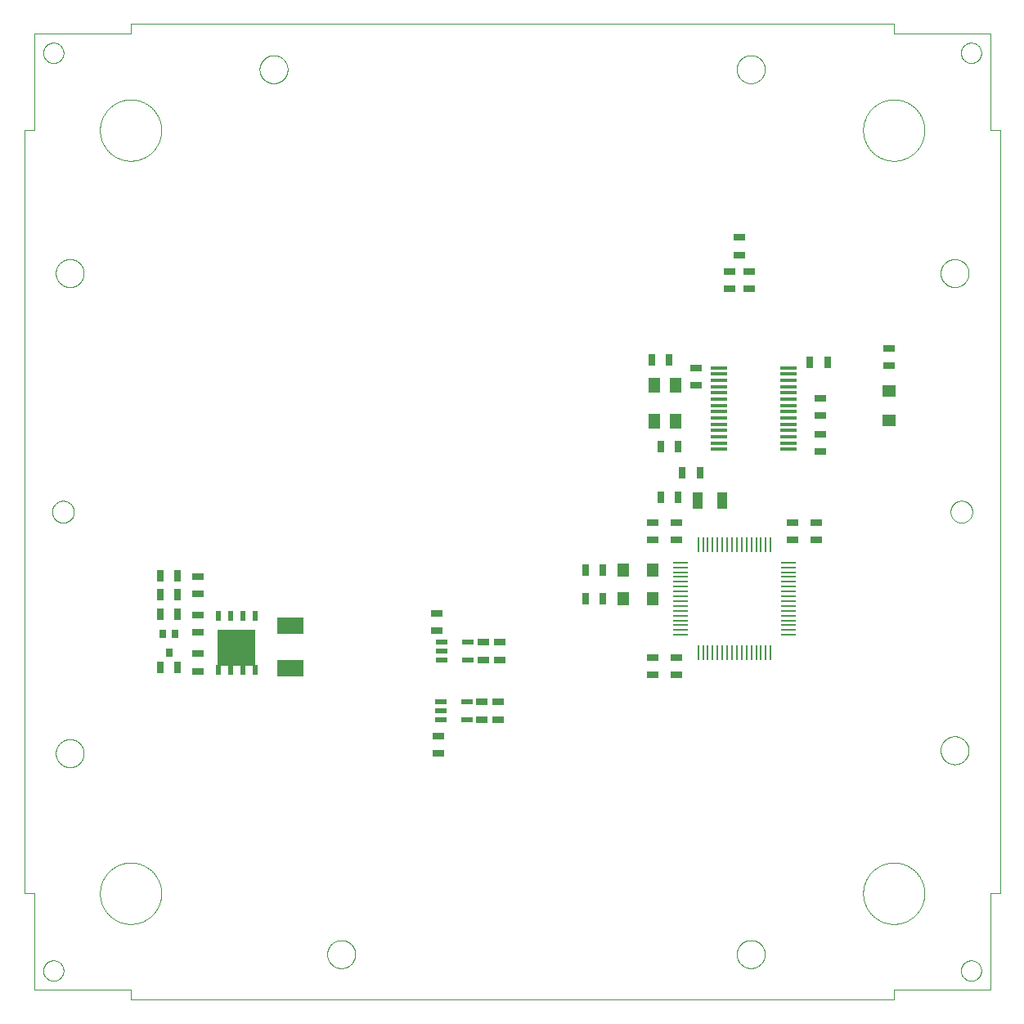
<source format=gtp>
G75*
%MOIN*%
%OFA0B0*%
%FSLAX25Y25*%
%IPPOS*%
%LPD*%
%AMOC8*
5,1,8,0,0,1.08239X$1,22.5*
%
%ADD10C,0.00004*%
%ADD11R,0.04724X0.02362*%
%ADD12R,0.04724X0.03150*%
%ADD13R,0.03150X0.04724*%
%ADD14R,0.02756X0.03543*%
%ADD15R,0.02402X0.04016*%
%ADD16R,0.15394X0.15000*%
%ADD17R,0.10630X0.07087*%
%ADD18R,0.06102X0.00984*%
%ADD19R,0.00984X0.06102*%
%ADD20R,0.06890X0.01575*%
%ADD21R,0.03937X0.07087*%
%ADD22R,0.04921X0.06299*%
%ADD23R,0.00984X0.03937*%
%ADD24R,0.03937X0.00984*%
%ADD25R,0.05512X0.04724*%
%ADD26R,0.04724X0.05512*%
D10*
X0007306Y0019117D02*
X0046676Y0019117D01*
X0046676Y0015180D01*
X0357699Y0015180D01*
X0357699Y0019117D01*
X0397069Y0019117D01*
X0397069Y0058487D01*
X0401006Y0058487D01*
X0401006Y0369510D01*
X0397069Y0369510D01*
X0397069Y0408880D01*
X0357699Y0408880D01*
X0357699Y0412817D01*
X0046676Y0412817D01*
X0046676Y0408880D01*
X0007306Y0408880D01*
X0007306Y0369510D01*
X0003369Y0369510D01*
X0003369Y0058487D01*
X0007306Y0058487D01*
X0007306Y0019117D01*
X0011046Y0026991D02*
X0011048Y0027119D01*
X0011054Y0027247D01*
X0011064Y0027374D01*
X0011078Y0027502D01*
X0011095Y0027628D01*
X0011117Y0027754D01*
X0011143Y0027880D01*
X0011172Y0028004D01*
X0011205Y0028128D01*
X0011242Y0028250D01*
X0011283Y0028371D01*
X0011328Y0028491D01*
X0011376Y0028610D01*
X0011428Y0028727D01*
X0011484Y0028842D01*
X0011543Y0028956D01*
X0011605Y0029067D01*
X0011671Y0029177D01*
X0011740Y0029284D01*
X0011813Y0029390D01*
X0011889Y0029493D01*
X0011968Y0029593D01*
X0012050Y0029692D01*
X0012135Y0029787D01*
X0012223Y0029880D01*
X0012314Y0029970D01*
X0012407Y0030057D01*
X0012504Y0030142D01*
X0012602Y0030223D01*
X0012704Y0030301D01*
X0012807Y0030376D01*
X0012913Y0030448D01*
X0013021Y0030517D01*
X0013131Y0030582D01*
X0013244Y0030643D01*
X0013358Y0030702D01*
X0013473Y0030756D01*
X0013591Y0030807D01*
X0013709Y0030855D01*
X0013830Y0030898D01*
X0013951Y0030938D01*
X0014074Y0030974D01*
X0014198Y0031007D01*
X0014323Y0031035D01*
X0014448Y0031060D01*
X0014574Y0031080D01*
X0014701Y0031097D01*
X0014829Y0031110D01*
X0014956Y0031119D01*
X0015084Y0031124D01*
X0015212Y0031125D01*
X0015340Y0031122D01*
X0015468Y0031115D01*
X0015595Y0031104D01*
X0015722Y0031089D01*
X0015849Y0031071D01*
X0015975Y0031048D01*
X0016100Y0031021D01*
X0016224Y0030991D01*
X0016347Y0030957D01*
X0016470Y0030919D01*
X0016591Y0030877D01*
X0016710Y0030831D01*
X0016828Y0030782D01*
X0016945Y0030729D01*
X0017060Y0030673D01*
X0017173Y0030613D01*
X0017284Y0030550D01*
X0017393Y0030483D01*
X0017500Y0030413D01*
X0017605Y0030339D01*
X0017707Y0030263D01*
X0017807Y0030183D01*
X0017905Y0030100D01*
X0018000Y0030014D01*
X0018092Y0029925D01*
X0018181Y0029834D01*
X0018268Y0029740D01*
X0018351Y0029643D01*
X0018432Y0029543D01*
X0018509Y0029442D01*
X0018584Y0029337D01*
X0018655Y0029231D01*
X0018722Y0029122D01*
X0018787Y0029012D01*
X0018847Y0028899D01*
X0018905Y0028785D01*
X0018958Y0028669D01*
X0019008Y0028551D01*
X0019055Y0028432D01*
X0019098Y0028311D01*
X0019137Y0028189D01*
X0019172Y0028066D01*
X0019203Y0027942D01*
X0019231Y0027817D01*
X0019254Y0027691D01*
X0019274Y0027565D01*
X0019290Y0027438D01*
X0019302Y0027311D01*
X0019310Y0027183D01*
X0019314Y0027055D01*
X0019314Y0026927D01*
X0019310Y0026799D01*
X0019302Y0026671D01*
X0019290Y0026544D01*
X0019274Y0026417D01*
X0019254Y0026291D01*
X0019231Y0026165D01*
X0019203Y0026040D01*
X0019172Y0025916D01*
X0019137Y0025793D01*
X0019098Y0025671D01*
X0019055Y0025550D01*
X0019008Y0025431D01*
X0018958Y0025313D01*
X0018905Y0025197D01*
X0018847Y0025083D01*
X0018787Y0024970D01*
X0018722Y0024860D01*
X0018655Y0024751D01*
X0018584Y0024645D01*
X0018509Y0024540D01*
X0018432Y0024439D01*
X0018351Y0024339D01*
X0018268Y0024242D01*
X0018181Y0024148D01*
X0018092Y0024057D01*
X0018000Y0023968D01*
X0017905Y0023882D01*
X0017807Y0023799D01*
X0017707Y0023719D01*
X0017605Y0023643D01*
X0017500Y0023569D01*
X0017393Y0023499D01*
X0017284Y0023432D01*
X0017173Y0023369D01*
X0017060Y0023309D01*
X0016945Y0023253D01*
X0016828Y0023200D01*
X0016710Y0023151D01*
X0016591Y0023105D01*
X0016470Y0023063D01*
X0016347Y0023025D01*
X0016224Y0022991D01*
X0016100Y0022961D01*
X0015975Y0022934D01*
X0015849Y0022911D01*
X0015722Y0022893D01*
X0015595Y0022878D01*
X0015468Y0022867D01*
X0015340Y0022860D01*
X0015212Y0022857D01*
X0015084Y0022858D01*
X0014956Y0022863D01*
X0014829Y0022872D01*
X0014701Y0022885D01*
X0014574Y0022902D01*
X0014448Y0022922D01*
X0014323Y0022947D01*
X0014198Y0022975D01*
X0014074Y0023008D01*
X0013951Y0023044D01*
X0013830Y0023084D01*
X0013709Y0023127D01*
X0013591Y0023175D01*
X0013473Y0023226D01*
X0013358Y0023280D01*
X0013244Y0023339D01*
X0013131Y0023400D01*
X0013021Y0023465D01*
X0012913Y0023534D01*
X0012807Y0023606D01*
X0012704Y0023681D01*
X0012602Y0023759D01*
X0012504Y0023840D01*
X0012407Y0023925D01*
X0012314Y0024012D01*
X0012223Y0024102D01*
X0012135Y0024195D01*
X0012050Y0024290D01*
X0011968Y0024389D01*
X0011889Y0024489D01*
X0011813Y0024592D01*
X0011740Y0024698D01*
X0011671Y0024805D01*
X0011605Y0024915D01*
X0011543Y0025026D01*
X0011484Y0025140D01*
X0011428Y0025255D01*
X0011376Y0025372D01*
X0011328Y0025491D01*
X0011283Y0025611D01*
X0011242Y0025732D01*
X0011205Y0025854D01*
X0011172Y0025978D01*
X0011143Y0026102D01*
X0011117Y0026228D01*
X0011095Y0026354D01*
X0011078Y0026480D01*
X0011064Y0026608D01*
X0011054Y0026735D01*
X0011048Y0026863D01*
X0011046Y0026991D01*
X0034176Y0058487D02*
X0034180Y0058794D01*
X0034191Y0059100D01*
X0034210Y0059407D01*
X0034236Y0059712D01*
X0034270Y0060017D01*
X0034311Y0060321D01*
X0034360Y0060624D01*
X0034416Y0060926D01*
X0034480Y0061226D01*
X0034551Y0061524D01*
X0034629Y0061821D01*
X0034714Y0062116D01*
X0034807Y0062408D01*
X0034907Y0062698D01*
X0035014Y0062986D01*
X0035128Y0063271D01*
X0035248Y0063553D01*
X0035376Y0063831D01*
X0035511Y0064107D01*
X0035652Y0064379D01*
X0035800Y0064648D01*
X0035954Y0064913D01*
X0036115Y0065174D01*
X0036283Y0065432D01*
X0036456Y0065685D01*
X0036636Y0065933D01*
X0036822Y0066177D01*
X0037013Y0066417D01*
X0037211Y0066652D01*
X0037414Y0066881D01*
X0037623Y0067106D01*
X0037837Y0067326D01*
X0038057Y0067540D01*
X0038282Y0067749D01*
X0038511Y0067952D01*
X0038746Y0068150D01*
X0038986Y0068341D01*
X0039230Y0068527D01*
X0039478Y0068707D01*
X0039731Y0068880D01*
X0039989Y0069048D01*
X0040250Y0069209D01*
X0040515Y0069363D01*
X0040784Y0069511D01*
X0041056Y0069652D01*
X0041332Y0069787D01*
X0041610Y0069915D01*
X0041892Y0070035D01*
X0042177Y0070149D01*
X0042465Y0070256D01*
X0042755Y0070356D01*
X0043047Y0070449D01*
X0043342Y0070534D01*
X0043639Y0070612D01*
X0043937Y0070683D01*
X0044237Y0070747D01*
X0044539Y0070803D01*
X0044842Y0070852D01*
X0045146Y0070893D01*
X0045451Y0070927D01*
X0045756Y0070953D01*
X0046063Y0070972D01*
X0046369Y0070983D01*
X0046676Y0070987D01*
X0046983Y0070983D01*
X0047289Y0070972D01*
X0047596Y0070953D01*
X0047901Y0070927D01*
X0048206Y0070893D01*
X0048510Y0070852D01*
X0048813Y0070803D01*
X0049115Y0070747D01*
X0049415Y0070683D01*
X0049713Y0070612D01*
X0050010Y0070534D01*
X0050305Y0070449D01*
X0050597Y0070356D01*
X0050887Y0070256D01*
X0051175Y0070149D01*
X0051460Y0070035D01*
X0051742Y0069915D01*
X0052020Y0069787D01*
X0052296Y0069652D01*
X0052568Y0069511D01*
X0052837Y0069363D01*
X0053102Y0069209D01*
X0053363Y0069048D01*
X0053621Y0068880D01*
X0053874Y0068707D01*
X0054122Y0068527D01*
X0054366Y0068341D01*
X0054606Y0068150D01*
X0054841Y0067952D01*
X0055070Y0067749D01*
X0055295Y0067540D01*
X0055515Y0067326D01*
X0055729Y0067106D01*
X0055938Y0066881D01*
X0056141Y0066652D01*
X0056339Y0066417D01*
X0056530Y0066177D01*
X0056716Y0065933D01*
X0056896Y0065685D01*
X0057069Y0065432D01*
X0057237Y0065174D01*
X0057398Y0064913D01*
X0057552Y0064648D01*
X0057700Y0064379D01*
X0057841Y0064107D01*
X0057976Y0063831D01*
X0058104Y0063553D01*
X0058224Y0063271D01*
X0058338Y0062986D01*
X0058445Y0062698D01*
X0058545Y0062408D01*
X0058638Y0062116D01*
X0058723Y0061821D01*
X0058801Y0061524D01*
X0058872Y0061226D01*
X0058936Y0060926D01*
X0058992Y0060624D01*
X0059041Y0060321D01*
X0059082Y0060017D01*
X0059116Y0059712D01*
X0059142Y0059407D01*
X0059161Y0059100D01*
X0059172Y0058794D01*
X0059176Y0058487D01*
X0059172Y0058180D01*
X0059161Y0057874D01*
X0059142Y0057567D01*
X0059116Y0057262D01*
X0059082Y0056957D01*
X0059041Y0056653D01*
X0058992Y0056350D01*
X0058936Y0056048D01*
X0058872Y0055748D01*
X0058801Y0055450D01*
X0058723Y0055153D01*
X0058638Y0054858D01*
X0058545Y0054566D01*
X0058445Y0054276D01*
X0058338Y0053988D01*
X0058224Y0053703D01*
X0058104Y0053421D01*
X0057976Y0053143D01*
X0057841Y0052867D01*
X0057700Y0052595D01*
X0057552Y0052326D01*
X0057398Y0052061D01*
X0057237Y0051800D01*
X0057069Y0051542D01*
X0056896Y0051289D01*
X0056716Y0051041D01*
X0056530Y0050797D01*
X0056339Y0050557D01*
X0056141Y0050322D01*
X0055938Y0050093D01*
X0055729Y0049868D01*
X0055515Y0049648D01*
X0055295Y0049434D01*
X0055070Y0049225D01*
X0054841Y0049022D01*
X0054606Y0048824D01*
X0054366Y0048633D01*
X0054122Y0048447D01*
X0053874Y0048267D01*
X0053621Y0048094D01*
X0053363Y0047926D01*
X0053102Y0047765D01*
X0052837Y0047611D01*
X0052568Y0047463D01*
X0052296Y0047322D01*
X0052020Y0047187D01*
X0051742Y0047059D01*
X0051460Y0046939D01*
X0051175Y0046825D01*
X0050887Y0046718D01*
X0050597Y0046618D01*
X0050305Y0046525D01*
X0050010Y0046440D01*
X0049713Y0046362D01*
X0049415Y0046291D01*
X0049115Y0046227D01*
X0048813Y0046171D01*
X0048510Y0046122D01*
X0048206Y0046081D01*
X0047901Y0046047D01*
X0047596Y0046021D01*
X0047289Y0046002D01*
X0046983Y0045991D01*
X0046676Y0045987D01*
X0046369Y0045991D01*
X0046063Y0046002D01*
X0045756Y0046021D01*
X0045451Y0046047D01*
X0045146Y0046081D01*
X0044842Y0046122D01*
X0044539Y0046171D01*
X0044237Y0046227D01*
X0043937Y0046291D01*
X0043639Y0046362D01*
X0043342Y0046440D01*
X0043047Y0046525D01*
X0042755Y0046618D01*
X0042465Y0046718D01*
X0042177Y0046825D01*
X0041892Y0046939D01*
X0041610Y0047059D01*
X0041332Y0047187D01*
X0041056Y0047322D01*
X0040784Y0047463D01*
X0040515Y0047611D01*
X0040250Y0047765D01*
X0039989Y0047926D01*
X0039731Y0048094D01*
X0039478Y0048267D01*
X0039230Y0048447D01*
X0038986Y0048633D01*
X0038746Y0048824D01*
X0038511Y0049022D01*
X0038282Y0049225D01*
X0038057Y0049434D01*
X0037837Y0049648D01*
X0037623Y0049868D01*
X0037414Y0050093D01*
X0037211Y0050322D01*
X0037013Y0050557D01*
X0036822Y0050797D01*
X0036636Y0051041D01*
X0036456Y0051289D01*
X0036283Y0051542D01*
X0036115Y0051800D01*
X0035954Y0052061D01*
X0035800Y0052326D01*
X0035652Y0052595D01*
X0035511Y0052867D01*
X0035376Y0053143D01*
X0035248Y0053421D01*
X0035128Y0053703D01*
X0035014Y0053988D01*
X0034907Y0054276D01*
X0034807Y0054566D01*
X0034714Y0054858D01*
X0034629Y0055153D01*
X0034551Y0055450D01*
X0034480Y0055748D01*
X0034416Y0056048D01*
X0034360Y0056350D01*
X0034311Y0056653D01*
X0034270Y0056957D01*
X0034236Y0057262D01*
X0034210Y0057567D01*
X0034191Y0057874D01*
X0034180Y0058180D01*
X0034176Y0058487D01*
X0016163Y0115573D02*
X0016165Y0115724D01*
X0016171Y0115874D01*
X0016181Y0116025D01*
X0016195Y0116175D01*
X0016213Y0116324D01*
X0016234Y0116474D01*
X0016260Y0116622D01*
X0016290Y0116770D01*
X0016323Y0116917D01*
X0016361Y0117063D01*
X0016402Y0117208D01*
X0016447Y0117352D01*
X0016496Y0117494D01*
X0016549Y0117635D01*
X0016605Y0117775D01*
X0016665Y0117913D01*
X0016728Y0118050D01*
X0016796Y0118185D01*
X0016866Y0118318D01*
X0016940Y0118449D01*
X0017018Y0118578D01*
X0017099Y0118705D01*
X0017183Y0118830D01*
X0017271Y0118953D01*
X0017362Y0119073D01*
X0017456Y0119191D01*
X0017553Y0119306D01*
X0017653Y0119419D01*
X0017756Y0119529D01*
X0017862Y0119636D01*
X0017971Y0119741D01*
X0018082Y0119842D01*
X0018196Y0119941D01*
X0018312Y0120036D01*
X0018432Y0120129D01*
X0018553Y0120218D01*
X0018677Y0120304D01*
X0018803Y0120387D01*
X0018931Y0120466D01*
X0019061Y0120542D01*
X0019193Y0120615D01*
X0019327Y0120683D01*
X0019463Y0120749D01*
X0019601Y0120811D01*
X0019740Y0120869D01*
X0019880Y0120923D01*
X0020022Y0120974D01*
X0020165Y0121021D01*
X0020310Y0121064D01*
X0020455Y0121103D01*
X0020602Y0121139D01*
X0020749Y0121170D01*
X0020897Y0121198D01*
X0021046Y0121222D01*
X0021195Y0121242D01*
X0021345Y0121258D01*
X0021495Y0121270D01*
X0021646Y0121278D01*
X0021797Y0121282D01*
X0021947Y0121282D01*
X0022098Y0121278D01*
X0022249Y0121270D01*
X0022399Y0121258D01*
X0022549Y0121242D01*
X0022698Y0121222D01*
X0022847Y0121198D01*
X0022995Y0121170D01*
X0023142Y0121139D01*
X0023289Y0121103D01*
X0023434Y0121064D01*
X0023579Y0121021D01*
X0023722Y0120974D01*
X0023864Y0120923D01*
X0024004Y0120869D01*
X0024143Y0120811D01*
X0024281Y0120749D01*
X0024417Y0120683D01*
X0024551Y0120615D01*
X0024683Y0120542D01*
X0024813Y0120466D01*
X0024941Y0120387D01*
X0025067Y0120304D01*
X0025191Y0120218D01*
X0025312Y0120129D01*
X0025432Y0120036D01*
X0025548Y0119941D01*
X0025662Y0119842D01*
X0025773Y0119741D01*
X0025882Y0119636D01*
X0025988Y0119529D01*
X0026091Y0119419D01*
X0026191Y0119306D01*
X0026288Y0119191D01*
X0026382Y0119073D01*
X0026473Y0118953D01*
X0026561Y0118830D01*
X0026645Y0118705D01*
X0026726Y0118578D01*
X0026804Y0118449D01*
X0026878Y0118318D01*
X0026948Y0118185D01*
X0027016Y0118050D01*
X0027079Y0117913D01*
X0027139Y0117775D01*
X0027195Y0117635D01*
X0027248Y0117494D01*
X0027297Y0117352D01*
X0027342Y0117208D01*
X0027383Y0117063D01*
X0027421Y0116917D01*
X0027454Y0116770D01*
X0027484Y0116622D01*
X0027510Y0116474D01*
X0027531Y0116324D01*
X0027549Y0116175D01*
X0027563Y0116025D01*
X0027573Y0115874D01*
X0027579Y0115724D01*
X0027581Y0115573D01*
X0027579Y0115422D01*
X0027573Y0115272D01*
X0027563Y0115121D01*
X0027549Y0114971D01*
X0027531Y0114822D01*
X0027510Y0114672D01*
X0027484Y0114524D01*
X0027454Y0114376D01*
X0027421Y0114229D01*
X0027383Y0114083D01*
X0027342Y0113938D01*
X0027297Y0113794D01*
X0027248Y0113652D01*
X0027195Y0113511D01*
X0027139Y0113371D01*
X0027079Y0113233D01*
X0027016Y0113096D01*
X0026948Y0112961D01*
X0026878Y0112828D01*
X0026804Y0112697D01*
X0026726Y0112568D01*
X0026645Y0112441D01*
X0026561Y0112316D01*
X0026473Y0112193D01*
X0026382Y0112073D01*
X0026288Y0111955D01*
X0026191Y0111840D01*
X0026091Y0111727D01*
X0025988Y0111617D01*
X0025882Y0111510D01*
X0025773Y0111405D01*
X0025662Y0111304D01*
X0025548Y0111205D01*
X0025432Y0111110D01*
X0025312Y0111017D01*
X0025191Y0110928D01*
X0025067Y0110842D01*
X0024941Y0110759D01*
X0024813Y0110680D01*
X0024683Y0110604D01*
X0024551Y0110531D01*
X0024417Y0110463D01*
X0024281Y0110397D01*
X0024143Y0110335D01*
X0024004Y0110277D01*
X0023864Y0110223D01*
X0023722Y0110172D01*
X0023579Y0110125D01*
X0023434Y0110082D01*
X0023289Y0110043D01*
X0023142Y0110007D01*
X0022995Y0109976D01*
X0022847Y0109948D01*
X0022698Y0109924D01*
X0022549Y0109904D01*
X0022399Y0109888D01*
X0022249Y0109876D01*
X0022098Y0109868D01*
X0021947Y0109864D01*
X0021797Y0109864D01*
X0021646Y0109868D01*
X0021495Y0109876D01*
X0021345Y0109888D01*
X0021195Y0109904D01*
X0021046Y0109924D01*
X0020897Y0109948D01*
X0020749Y0109976D01*
X0020602Y0110007D01*
X0020455Y0110043D01*
X0020310Y0110082D01*
X0020165Y0110125D01*
X0020022Y0110172D01*
X0019880Y0110223D01*
X0019740Y0110277D01*
X0019601Y0110335D01*
X0019463Y0110397D01*
X0019327Y0110463D01*
X0019193Y0110531D01*
X0019061Y0110604D01*
X0018931Y0110680D01*
X0018803Y0110759D01*
X0018677Y0110842D01*
X0018553Y0110928D01*
X0018432Y0111017D01*
X0018312Y0111110D01*
X0018196Y0111205D01*
X0018082Y0111304D01*
X0017971Y0111405D01*
X0017862Y0111510D01*
X0017756Y0111617D01*
X0017653Y0111727D01*
X0017553Y0111840D01*
X0017456Y0111955D01*
X0017362Y0112073D01*
X0017271Y0112193D01*
X0017183Y0112316D01*
X0017099Y0112441D01*
X0017018Y0112568D01*
X0016940Y0112697D01*
X0016866Y0112828D01*
X0016796Y0112961D01*
X0016728Y0113096D01*
X0016665Y0113233D01*
X0016605Y0113371D01*
X0016549Y0113511D01*
X0016496Y0113652D01*
X0016447Y0113794D01*
X0016402Y0113938D01*
X0016361Y0114083D01*
X0016323Y0114229D01*
X0016290Y0114376D01*
X0016260Y0114524D01*
X0016234Y0114672D01*
X0016213Y0114822D01*
X0016195Y0114971D01*
X0016181Y0115121D01*
X0016171Y0115272D01*
X0016165Y0115422D01*
X0016163Y0115573D01*
X0014668Y0213998D02*
X0014670Y0214131D01*
X0014676Y0214264D01*
X0014686Y0214397D01*
X0014700Y0214529D01*
X0014718Y0214661D01*
X0014739Y0214792D01*
X0014765Y0214923D01*
X0014795Y0215053D01*
X0014828Y0215182D01*
X0014866Y0215309D01*
X0014907Y0215436D01*
X0014952Y0215561D01*
X0015000Y0215685D01*
X0015053Y0215808D01*
X0015109Y0215928D01*
X0015168Y0216047D01*
X0015231Y0216165D01*
X0015298Y0216280D01*
X0015368Y0216393D01*
X0015441Y0216504D01*
X0015518Y0216613D01*
X0015598Y0216720D01*
X0015681Y0216824D01*
X0015767Y0216925D01*
X0015856Y0217024D01*
X0015948Y0217120D01*
X0016042Y0217214D01*
X0016140Y0217304D01*
X0016240Y0217392D01*
X0016343Y0217476D01*
X0016448Y0217558D01*
X0016556Y0217636D01*
X0016666Y0217711D01*
X0016778Y0217783D01*
X0016893Y0217851D01*
X0017009Y0217916D01*
X0017127Y0217977D01*
X0017247Y0218035D01*
X0017368Y0218089D01*
X0017492Y0218139D01*
X0017616Y0218186D01*
X0017742Y0218229D01*
X0017869Y0218268D01*
X0017998Y0218304D01*
X0018127Y0218335D01*
X0018257Y0218363D01*
X0018388Y0218387D01*
X0018520Y0218407D01*
X0018652Y0218423D01*
X0018785Y0218435D01*
X0018917Y0218443D01*
X0019050Y0218447D01*
X0019184Y0218447D01*
X0019317Y0218443D01*
X0019449Y0218435D01*
X0019582Y0218423D01*
X0019714Y0218407D01*
X0019846Y0218387D01*
X0019977Y0218363D01*
X0020107Y0218335D01*
X0020236Y0218304D01*
X0020365Y0218268D01*
X0020492Y0218229D01*
X0020618Y0218186D01*
X0020742Y0218139D01*
X0020866Y0218089D01*
X0020987Y0218035D01*
X0021107Y0217977D01*
X0021225Y0217916D01*
X0021342Y0217851D01*
X0021456Y0217783D01*
X0021568Y0217711D01*
X0021678Y0217636D01*
X0021786Y0217558D01*
X0021891Y0217476D01*
X0021994Y0217392D01*
X0022094Y0217304D01*
X0022192Y0217214D01*
X0022286Y0217120D01*
X0022378Y0217024D01*
X0022467Y0216925D01*
X0022553Y0216824D01*
X0022636Y0216720D01*
X0022716Y0216613D01*
X0022793Y0216504D01*
X0022866Y0216393D01*
X0022936Y0216280D01*
X0023003Y0216165D01*
X0023066Y0216047D01*
X0023125Y0215928D01*
X0023181Y0215808D01*
X0023234Y0215685D01*
X0023282Y0215561D01*
X0023327Y0215436D01*
X0023368Y0215309D01*
X0023406Y0215182D01*
X0023439Y0215053D01*
X0023469Y0214923D01*
X0023495Y0214792D01*
X0023516Y0214661D01*
X0023534Y0214529D01*
X0023548Y0214397D01*
X0023558Y0214264D01*
X0023564Y0214131D01*
X0023566Y0213998D01*
X0023564Y0213865D01*
X0023558Y0213732D01*
X0023548Y0213599D01*
X0023534Y0213467D01*
X0023516Y0213335D01*
X0023495Y0213204D01*
X0023469Y0213073D01*
X0023439Y0212943D01*
X0023406Y0212814D01*
X0023368Y0212687D01*
X0023327Y0212560D01*
X0023282Y0212435D01*
X0023234Y0212311D01*
X0023181Y0212188D01*
X0023125Y0212068D01*
X0023066Y0211949D01*
X0023003Y0211831D01*
X0022936Y0211716D01*
X0022866Y0211603D01*
X0022793Y0211492D01*
X0022716Y0211383D01*
X0022636Y0211276D01*
X0022553Y0211172D01*
X0022467Y0211071D01*
X0022378Y0210972D01*
X0022286Y0210876D01*
X0022192Y0210782D01*
X0022094Y0210692D01*
X0021994Y0210604D01*
X0021891Y0210520D01*
X0021786Y0210438D01*
X0021678Y0210360D01*
X0021568Y0210285D01*
X0021456Y0210213D01*
X0021341Y0210145D01*
X0021225Y0210080D01*
X0021107Y0210019D01*
X0020987Y0209961D01*
X0020866Y0209907D01*
X0020742Y0209857D01*
X0020618Y0209810D01*
X0020492Y0209767D01*
X0020365Y0209728D01*
X0020236Y0209692D01*
X0020107Y0209661D01*
X0019977Y0209633D01*
X0019846Y0209609D01*
X0019714Y0209589D01*
X0019582Y0209573D01*
X0019449Y0209561D01*
X0019317Y0209553D01*
X0019184Y0209549D01*
X0019050Y0209549D01*
X0018917Y0209553D01*
X0018785Y0209561D01*
X0018652Y0209573D01*
X0018520Y0209589D01*
X0018388Y0209609D01*
X0018257Y0209633D01*
X0018127Y0209661D01*
X0017998Y0209692D01*
X0017869Y0209728D01*
X0017742Y0209767D01*
X0017616Y0209810D01*
X0017492Y0209857D01*
X0017368Y0209907D01*
X0017247Y0209961D01*
X0017127Y0210019D01*
X0017009Y0210080D01*
X0016892Y0210145D01*
X0016778Y0210213D01*
X0016666Y0210285D01*
X0016556Y0210360D01*
X0016448Y0210438D01*
X0016343Y0210520D01*
X0016240Y0210604D01*
X0016140Y0210692D01*
X0016042Y0210782D01*
X0015948Y0210876D01*
X0015856Y0210972D01*
X0015767Y0211071D01*
X0015681Y0211172D01*
X0015598Y0211276D01*
X0015518Y0211383D01*
X0015441Y0211492D01*
X0015368Y0211603D01*
X0015298Y0211716D01*
X0015231Y0211831D01*
X0015168Y0211949D01*
X0015109Y0212068D01*
X0015053Y0212188D01*
X0015000Y0212311D01*
X0014952Y0212435D01*
X0014907Y0212560D01*
X0014866Y0212687D01*
X0014828Y0212814D01*
X0014795Y0212943D01*
X0014765Y0213073D01*
X0014739Y0213204D01*
X0014718Y0213335D01*
X0014700Y0213467D01*
X0014686Y0213599D01*
X0014676Y0213732D01*
X0014670Y0213865D01*
X0014668Y0213998D01*
X0016163Y0311243D02*
X0016165Y0311394D01*
X0016171Y0311544D01*
X0016181Y0311695D01*
X0016195Y0311845D01*
X0016213Y0311994D01*
X0016234Y0312144D01*
X0016260Y0312292D01*
X0016290Y0312440D01*
X0016323Y0312587D01*
X0016361Y0312733D01*
X0016402Y0312878D01*
X0016447Y0313022D01*
X0016496Y0313164D01*
X0016549Y0313305D01*
X0016605Y0313445D01*
X0016665Y0313583D01*
X0016728Y0313720D01*
X0016796Y0313855D01*
X0016866Y0313988D01*
X0016940Y0314119D01*
X0017018Y0314248D01*
X0017099Y0314375D01*
X0017183Y0314500D01*
X0017271Y0314623D01*
X0017362Y0314743D01*
X0017456Y0314861D01*
X0017553Y0314976D01*
X0017653Y0315089D01*
X0017756Y0315199D01*
X0017862Y0315306D01*
X0017971Y0315411D01*
X0018082Y0315512D01*
X0018196Y0315611D01*
X0018312Y0315706D01*
X0018432Y0315799D01*
X0018553Y0315888D01*
X0018677Y0315974D01*
X0018803Y0316057D01*
X0018931Y0316136D01*
X0019061Y0316212D01*
X0019193Y0316285D01*
X0019327Y0316353D01*
X0019463Y0316419D01*
X0019601Y0316481D01*
X0019740Y0316539D01*
X0019880Y0316593D01*
X0020022Y0316644D01*
X0020165Y0316691D01*
X0020310Y0316734D01*
X0020455Y0316773D01*
X0020602Y0316809D01*
X0020749Y0316840D01*
X0020897Y0316868D01*
X0021046Y0316892D01*
X0021195Y0316912D01*
X0021345Y0316928D01*
X0021495Y0316940D01*
X0021646Y0316948D01*
X0021797Y0316952D01*
X0021947Y0316952D01*
X0022098Y0316948D01*
X0022249Y0316940D01*
X0022399Y0316928D01*
X0022549Y0316912D01*
X0022698Y0316892D01*
X0022847Y0316868D01*
X0022995Y0316840D01*
X0023142Y0316809D01*
X0023289Y0316773D01*
X0023434Y0316734D01*
X0023579Y0316691D01*
X0023722Y0316644D01*
X0023864Y0316593D01*
X0024004Y0316539D01*
X0024143Y0316481D01*
X0024281Y0316419D01*
X0024417Y0316353D01*
X0024551Y0316285D01*
X0024683Y0316212D01*
X0024813Y0316136D01*
X0024941Y0316057D01*
X0025067Y0315974D01*
X0025191Y0315888D01*
X0025312Y0315799D01*
X0025432Y0315706D01*
X0025548Y0315611D01*
X0025662Y0315512D01*
X0025773Y0315411D01*
X0025882Y0315306D01*
X0025988Y0315199D01*
X0026091Y0315089D01*
X0026191Y0314976D01*
X0026288Y0314861D01*
X0026382Y0314743D01*
X0026473Y0314623D01*
X0026561Y0314500D01*
X0026645Y0314375D01*
X0026726Y0314248D01*
X0026804Y0314119D01*
X0026878Y0313988D01*
X0026948Y0313855D01*
X0027016Y0313720D01*
X0027079Y0313583D01*
X0027139Y0313445D01*
X0027195Y0313305D01*
X0027248Y0313164D01*
X0027297Y0313022D01*
X0027342Y0312878D01*
X0027383Y0312733D01*
X0027421Y0312587D01*
X0027454Y0312440D01*
X0027484Y0312292D01*
X0027510Y0312144D01*
X0027531Y0311994D01*
X0027549Y0311845D01*
X0027563Y0311695D01*
X0027573Y0311544D01*
X0027579Y0311394D01*
X0027581Y0311243D01*
X0027579Y0311092D01*
X0027573Y0310942D01*
X0027563Y0310791D01*
X0027549Y0310641D01*
X0027531Y0310492D01*
X0027510Y0310342D01*
X0027484Y0310194D01*
X0027454Y0310046D01*
X0027421Y0309899D01*
X0027383Y0309753D01*
X0027342Y0309608D01*
X0027297Y0309464D01*
X0027248Y0309322D01*
X0027195Y0309181D01*
X0027139Y0309041D01*
X0027079Y0308903D01*
X0027016Y0308766D01*
X0026948Y0308631D01*
X0026878Y0308498D01*
X0026804Y0308367D01*
X0026726Y0308238D01*
X0026645Y0308111D01*
X0026561Y0307986D01*
X0026473Y0307863D01*
X0026382Y0307743D01*
X0026288Y0307625D01*
X0026191Y0307510D01*
X0026091Y0307397D01*
X0025988Y0307287D01*
X0025882Y0307180D01*
X0025773Y0307075D01*
X0025662Y0306974D01*
X0025548Y0306875D01*
X0025432Y0306780D01*
X0025312Y0306687D01*
X0025191Y0306598D01*
X0025067Y0306512D01*
X0024941Y0306429D01*
X0024813Y0306350D01*
X0024683Y0306274D01*
X0024551Y0306201D01*
X0024417Y0306133D01*
X0024281Y0306067D01*
X0024143Y0306005D01*
X0024004Y0305947D01*
X0023864Y0305893D01*
X0023722Y0305842D01*
X0023579Y0305795D01*
X0023434Y0305752D01*
X0023289Y0305713D01*
X0023142Y0305677D01*
X0022995Y0305646D01*
X0022847Y0305618D01*
X0022698Y0305594D01*
X0022549Y0305574D01*
X0022399Y0305558D01*
X0022249Y0305546D01*
X0022098Y0305538D01*
X0021947Y0305534D01*
X0021797Y0305534D01*
X0021646Y0305538D01*
X0021495Y0305546D01*
X0021345Y0305558D01*
X0021195Y0305574D01*
X0021046Y0305594D01*
X0020897Y0305618D01*
X0020749Y0305646D01*
X0020602Y0305677D01*
X0020455Y0305713D01*
X0020310Y0305752D01*
X0020165Y0305795D01*
X0020022Y0305842D01*
X0019880Y0305893D01*
X0019740Y0305947D01*
X0019601Y0306005D01*
X0019463Y0306067D01*
X0019327Y0306133D01*
X0019193Y0306201D01*
X0019061Y0306274D01*
X0018931Y0306350D01*
X0018803Y0306429D01*
X0018677Y0306512D01*
X0018553Y0306598D01*
X0018432Y0306687D01*
X0018312Y0306780D01*
X0018196Y0306875D01*
X0018082Y0306974D01*
X0017971Y0307075D01*
X0017862Y0307180D01*
X0017756Y0307287D01*
X0017653Y0307397D01*
X0017553Y0307510D01*
X0017456Y0307625D01*
X0017362Y0307743D01*
X0017271Y0307863D01*
X0017183Y0307986D01*
X0017099Y0308111D01*
X0017018Y0308238D01*
X0016940Y0308367D01*
X0016866Y0308498D01*
X0016796Y0308631D01*
X0016728Y0308766D01*
X0016665Y0308903D01*
X0016605Y0309041D01*
X0016549Y0309181D01*
X0016496Y0309322D01*
X0016447Y0309464D01*
X0016402Y0309608D01*
X0016361Y0309753D01*
X0016323Y0309899D01*
X0016290Y0310046D01*
X0016260Y0310194D01*
X0016234Y0310342D01*
X0016213Y0310492D01*
X0016195Y0310641D01*
X0016181Y0310791D01*
X0016171Y0310942D01*
X0016165Y0311092D01*
X0016163Y0311243D01*
X0034176Y0369510D02*
X0034180Y0369817D01*
X0034191Y0370123D01*
X0034210Y0370430D01*
X0034236Y0370735D01*
X0034270Y0371040D01*
X0034311Y0371344D01*
X0034360Y0371647D01*
X0034416Y0371949D01*
X0034480Y0372249D01*
X0034551Y0372547D01*
X0034629Y0372844D01*
X0034714Y0373139D01*
X0034807Y0373431D01*
X0034907Y0373721D01*
X0035014Y0374009D01*
X0035128Y0374294D01*
X0035248Y0374576D01*
X0035376Y0374854D01*
X0035511Y0375130D01*
X0035652Y0375402D01*
X0035800Y0375671D01*
X0035954Y0375936D01*
X0036115Y0376197D01*
X0036283Y0376455D01*
X0036456Y0376708D01*
X0036636Y0376956D01*
X0036822Y0377200D01*
X0037013Y0377440D01*
X0037211Y0377675D01*
X0037414Y0377904D01*
X0037623Y0378129D01*
X0037837Y0378349D01*
X0038057Y0378563D01*
X0038282Y0378772D01*
X0038511Y0378975D01*
X0038746Y0379173D01*
X0038986Y0379364D01*
X0039230Y0379550D01*
X0039478Y0379730D01*
X0039731Y0379903D01*
X0039989Y0380071D01*
X0040250Y0380232D01*
X0040515Y0380386D01*
X0040784Y0380534D01*
X0041056Y0380675D01*
X0041332Y0380810D01*
X0041610Y0380938D01*
X0041892Y0381058D01*
X0042177Y0381172D01*
X0042465Y0381279D01*
X0042755Y0381379D01*
X0043047Y0381472D01*
X0043342Y0381557D01*
X0043639Y0381635D01*
X0043937Y0381706D01*
X0044237Y0381770D01*
X0044539Y0381826D01*
X0044842Y0381875D01*
X0045146Y0381916D01*
X0045451Y0381950D01*
X0045756Y0381976D01*
X0046063Y0381995D01*
X0046369Y0382006D01*
X0046676Y0382010D01*
X0046983Y0382006D01*
X0047289Y0381995D01*
X0047596Y0381976D01*
X0047901Y0381950D01*
X0048206Y0381916D01*
X0048510Y0381875D01*
X0048813Y0381826D01*
X0049115Y0381770D01*
X0049415Y0381706D01*
X0049713Y0381635D01*
X0050010Y0381557D01*
X0050305Y0381472D01*
X0050597Y0381379D01*
X0050887Y0381279D01*
X0051175Y0381172D01*
X0051460Y0381058D01*
X0051742Y0380938D01*
X0052020Y0380810D01*
X0052296Y0380675D01*
X0052568Y0380534D01*
X0052837Y0380386D01*
X0053102Y0380232D01*
X0053363Y0380071D01*
X0053621Y0379903D01*
X0053874Y0379730D01*
X0054122Y0379550D01*
X0054366Y0379364D01*
X0054606Y0379173D01*
X0054841Y0378975D01*
X0055070Y0378772D01*
X0055295Y0378563D01*
X0055515Y0378349D01*
X0055729Y0378129D01*
X0055938Y0377904D01*
X0056141Y0377675D01*
X0056339Y0377440D01*
X0056530Y0377200D01*
X0056716Y0376956D01*
X0056896Y0376708D01*
X0057069Y0376455D01*
X0057237Y0376197D01*
X0057398Y0375936D01*
X0057552Y0375671D01*
X0057700Y0375402D01*
X0057841Y0375130D01*
X0057976Y0374854D01*
X0058104Y0374576D01*
X0058224Y0374294D01*
X0058338Y0374009D01*
X0058445Y0373721D01*
X0058545Y0373431D01*
X0058638Y0373139D01*
X0058723Y0372844D01*
X0058801Y0372547D01*
X0058872Y0372249D01*
X0058936Y0371949D01*
X0058992Y0371647D01*
X0059041Y0371344D01*
X0059082Y0371040D01*
X0059116Y0370735D01*
X0059142Y0370430D01*
X0059161Y0370123D01*
X0059172Y0369817D01*
X0059176Y0369510D01*
X0059172Y0369203D01*
X0059161Y0368897D01*
X0059142Y0368590D01*
X0059116Y0368285D01*
X0059082Y0367980D01*
X0059041Y0367676D01*
X0058992Y0367373D01*
X0058936Y0367071D01*
X0058872Y0366771D01*
X0058801Y0366473D01*
X0058723Y0366176D01*
X0058638Y0365881D01*
X0058545Y0365589D01*
X0058445Y0365299D01*
X0058338Y0365011D01*
X0058224Y0364726D01*
X0058104Y0364444D01*
X0057976Y0364166D01*
X0057841Y0363890D01*
X0057700Y0363618D01*
X0057552Y0363349D01*
X0057398Y0363084D01*
X0057237Y0362823D01*
X0057069Y0362565D01*
X0056896Y0362312D01*
X0056716Y0362064D01*
X0056530Y0361820D01*
X0056339Y0361580D01*
X0056141Y0361345D01*
X0055938Y0361116D01*
X0055729Y0360891D01*
X0055515Y0360671D01*
X0055295Y0360457D01*
X0055070Y0360248D01*
X0054841Y0360045D01*
X0054606Y0359847D01*
X0054366Y0359656D01*
X0054122Y0359470D01*
X0053874Y0359290D01*
X0053621Y0359117D01*
X0053363Y0358949D01*
X0053102Y0358788D01*
X0052837Y0358634D01*
X0052568Y0358486D01*
X0052296Y0358345D01*
X0052020Y0358210D01*
X0051742Y0358082D01*
X0051460Y0357962D01*
X0051175Y0357848D01*
X0050887Y0357741D01*
X0050597Y0357641D01*
X0050305Y0357548D01*
X0050010Y0357463D01*
X0049713Y0357385D01*
X0049415Y0357314D01*
X0049115Y0357250D01*
X0048813Y0357194D01*
X0048510Y0357145D01*
X0048206Y0357104D01*
X0047901Y0357070D01*
X0047596Y0357044D01*
X0047289Y0357025D01*
X0046983Y0357014D01*
X0046676Y0357010D01*
X0046369Y0357014D01*
X0046063Y0357025D01*
X0045756Y0357044D01*
X0045451Y0357070D01*
X0045146Y0357104D01*
X0044842Y0357145D01*
X0044539Y0357194D01*
X0044237Y0357250D01*
X0043937Y0357314D01*
X0043639Y0357385D01*
X0043342Y0357463D01*
X0043047Y0357548D01*
X0042755Y0357641D01*
X0042465Y0357741D01*
X0042177Y0357848D01*
X0041892Y0357962D01*
X0041610Y0358082D01*
X0041332Y0358210D01*
X0041056Y0358345D01*
X0040784Y0358486D01*
X0040515Y0358634D01*
X0040250Y0358788D01*
X0039989Y0358949D01*
X0039731Y0359117D01*
X0039478Y0359290D01*
X0039230Y0359470D01*
X0038986Y0359656D01*
X0038746Y0359847D01*
X0038511Y0360045D01*
X0038282Y0360248D01*
X0038057Y0360457D01*
X0037837Y0360671D01*
X0037623Y0360891D01*
X0037414Y0361116D01*
X0037211Y0361345D01*
X0037013Y0361580D01*
X0036822Y0361820D01*
X0036636Y0362064D01*
X0036456Y0362312D01*
X0036283Y0362565D01*
X0036115Y0362823D01*
X0035954Y0363084D01*
X0035800Y0363349D01*
X0035652Y0363618D01*
X0035511Y0363890D01*
X0035376Y0364166D01*
X0035248Y0364444D01*
X0035128Y0364726D01*
X0035014Y0365011D01*
X0034907Y0365299D01*
X0034807Y0365589D01*
X0034714Y0365881D01*
X0034629Y0366176D01*
X0034551Y0366473D01*
X0034480Y0366771D01*
X0034416Y0367071D01*
X0034360Y0367373D01*
X0034311Y0367676D01*
X0034270Y0367980D01*
X0034236Y0368285D01*
X0034210Y0368590D01*
X0034191Y0368897D01*
X0034180Y0369203D01*
X0034176Y0369510D01*
X0011046Y0401006D02*
X0011048Y0401134D01*
X0011054Y0401262D01*
X0011064Y0401389D01*
X0011078Y0401517D01*
X0011095Y0401643D01*
X0011117Y0401769D01*
X0011143Y0401895D01*
X0011172Y0402019D01*
X0011205Y0402143D01*
X0011242Y0402265D01*
X0011283Y0402386D01*
X0011328Y0402506D01*
X0011376Y0402625D01*
X0011428Y0402742D01*
X0011484Y0402857D01*
X0011543Y0402971D01*
X0011605Y0403082D01*
X0011671Y0403192D01*
X0011740Y0403299D01*
X0011813Y0403405D01*
X0011889Y0403508D01*
X0011968Y0403608D01*
X0012050Y0403707D01*
X0012135Y0403802D01*
X0012223Y0403895D01*
X0012314Y0403985D01*
X0012407Y0404072D01*
X0012504Y0404157D01*
X0012602Y0404238D01*
X0012704Y0404316D01*
X0012807Y0404391D01*
X0012913Y0404463D01*
X0013021Y0404532D01*
X0013131Y0404597D01*
X0013244Y0404658D01*
X0013358Y0404717D01*
X0013473Y0404771D01*
X0013591Y0404822D01*
X0013709Y0404870D01*
X0013830Y0404913D01*
X0013951Y0404953D01*
X0014074Y0404989D01*
X0014198Y0405022D01*
X0014323Y0405050D01*
X0014448Y0405075D01*
X0014574Y0405095D01*
X0014701Y0405112D01*
X0014829Y0405125D01*
X0014956Y0405134D01*
X0015084Y0405139D01*
X0015212Y0405140D01*
X0015340Y0405137D01*
X0015468Y0405130D01*
X0015595Y0405119D01*
X0015722Y0405104D01*
X0015849Y0405086D01*
X0015975Y0405063D01*
X0016100Y0405036D01*
X0016224Y0405006D01*
X0016347Y0404972D01*
X0016470Y0404934D01*
X0016591Y0404892D01*
X0016710Y0404846D01*
X0016828Y0404797D01*
X0016945Y0404744D01*
X0017060Y0404688D01*
X0017173Y0404628D01*
X0017284Y0404565D01*
X0017393Y0404498D01*
X0017500Y0404428D01*
X0017605Y0404354D01*
X0017707Y0404278D01*
X0017807Y0404198D01*
X0017905Y0404115D01*
X0018000Y0404029D01*
X0018092Y0403940D01*
X0018181Y0403849D01*
X0018268Y0403755D01*
X0018351Y0403658D01*
X0018432Y0403558D01*
X0018509Y0403457D01*
X0018584Y0403352D01*
X0018655Y0403246D01*
X0018722Y0403137D01*
X0018787Y0403027D01*
X0018847Y0402914D01*
X0018905Y0402800D01*
X0018958Y0402684D01*
X0019008Y0402566D01*
X0019055Y0402447D01*
X0019098Y0402326D01*
X0019137Y0402204D01*
X0019172Y0402081D01*
X0019203Y0401957D01*
X0019231Y0401832D01*
X0019254Y0401706D01*
X0019274Y0401580D01*
X0019290Y0401453D01*
X0019302Y0401326D01*
X0019310Y0401198D01*
X0019314Y0401070D01*
X0019314Y0400942D01*
X0019310Y0400814D01*
X0019302Y0400686D01*
X0019290Y0400559D01*
X0019274Y0400432D01*
X0019254Y0400306D01*
X0019231Y0400180D01*
X0019203Y0400055D01*
X0019172Y0399931D01*
X0019137Y0399808D01*
X0019098Y0399686D01*
X0019055Y0399565D01*
X0019008Y0399446D01*
X0018958Y0399328D01*
X0018905Y0399212D01*
X0018847Y0399098D01*
X0018787Y0398985D01*
X0018722Y0398875D01*
X0018655Y0398766D01*
X0018584Y0398660D01*
X0018509Y0398555D01*
X0018432Y0398454D01*
X0018351Y0398354D01*
X0018268Y0398257D01*
X0018181Y0398163D01*
X0018092Y0398072D01*
X0018000Y0397983D01*
X0017905Y0397897D01*
X0017807Y0397814D01*
X0017707Y0397734D01*
X0017605Y0397658D01*
X0017500Y0397584D01*
X0017393Y0397514D01*
X0017284Y0397447D01*
X0017173Y0397384D01*
X0017060Y0397324D01*
X0016945Y0397268D01*
X0016828Y0397215D01*
X0016710Y0397166D01*
X0016591Y0397120D01*
X0016470Y0397078D01*
X0016347Y0397040D01*
X0016224Y0397006D01*
X0016100Y0396976D01*
X0015975Y0396949D01*
X0015849Y0396926D01*
X0015722Y0396908D01*
X0015595Y0396893D01*
X0015468Y0396882D01*
X0015340Y0396875D01*
X0015212Y0396872D01*
X0015084Y0396873D01*
X0014956Y0396878D01*
X0014829Y0396887D01*
X0014701Y0396900D01*
X0014574Y0396917D01*
X0014448Y0396937D01*
X0014323Y0396962D01*
X0014198Y0396990D01*
X0014074Y0397023D01*
X0013951Y0397059D01*
X0013830Y0397099D01*
X0013709Y0397142D01*
X0013591Y0397190D01*
X0013473Y0397241D01*
X0013358Y0397295D01*
X0013244Y0397354D01*
X0013131Y0397415D01*
X0013021Y0397480D01*
X0012913Y0397549D01*
X0012807Y0397621D01*
X0012704Y0397696D01*
X0012602Y0397774D01*
X0012504Y0397855D01*
X0012407Y0397940D01*
X0012314Y0398027D01*
X0012223Y0398117D01*
X0012135Y0398210D01*
X0012050Y0398305D01*
X0011968Y0398404D01*
X0011889Y0398504D01*
X0011813Y0398607D01*
X0011740Y0398713D01*
X0011671Y0398820D01*
X0011605Y0398930D01*
X0011543Y0399041D01*
X0011484Y0399155D01*
X0011428Y0399270D01*
X0011376Y0399387D01*
X0011328Y0399506D01*
X0011283Y0399626D01*
X0011242Y0399747D01*
X0011205Y0399869D01*
X0011172Y0399993D01*
X0011143Y0400117D01*
X0011117Y0400243D01*
X0011095Y0400369D01*
X0011078Y0400495D01*
X0011064Y0400623D01*
X0011054Y0400750D01*
X0011048Y0400878D01*
X0011046Y0401006D01*
X0099234Y0394313D02*
X0099236Y0394464D01*
X0099242Y0394614D01*
X0099252Y0394765D01*
X0099266Y0394915D01*
X0099284Y0395064D01*
X0099305Y0395214D01*
X0099331Y0395362D01*
X0099361Y0395510D01*
X0099394Y0395657D01*
X0099432Y0395803D01*
X0099473Y0395948D01*
X0099518Y0396092D01*
X0099567Y0396234D01*
X0099620Y0396375D01*
X0099676Y0396515D01*
X0099736Y0396653D01*
X0099799Y0396790D01*
X0099867Y0396925D01*
X0099937Y0397058D01*
X0100011Y0397189D01*
X0100089Y0397318D01*
X0100170Y0397445D01*
X0100254Y0397570D01*
X0100342Y0397693D01*
X0100433Y0397813D01*
X0100527Y0397931D01*
X0100624Y0398046D01*
X0100724Y0398159D01*
X0100827Y0398269D01*
X0100933Y0398376D01*
X0101042Y0398481D01*
X0101153Y0398582D01*
X0101267Y0398681D01*
X0101383Y0398776D01*
X0101503Y0398869D01*
X0101624Y0398958D01*
X0101748Y0399044D01*
X0101874Y0399127D01*
X0102002Y0399206D01*
X0102132Y0399282D01*
X0102264Y0399355D01*
X0102398Y0399423D01*
X0102534Y0399489D01*
X0102672Y0399551D01*
X0102811Y0399609D01*
X0102951Y0399663D01*
X0103093Y0399714D01*
X0103236Y0399761D01*
X0103381Y0399804D01*
X0103526Y0399843D01*
X0103673Y0399879D01*
X0103820Y0399910D01*
X0103968Y0399938D01*
X0104117Y0399962D01*
X0104266Y0399982D01*
X0104416Y0399998D01*
X0104566Y0400010D01*
X0104717Y0400018D01*
X0104868Y0400022D01*
X0105018Y0400022D01*
X0105169Y0400018D01*
X0105320Y0400010D01*
X0105470Y0399998D01*
X0105620Y0399982D01*
X0105769Y0399962D01*
X0105918Y0399938D01*
X0106066Y0399910D01*
X0106213Y0399879D01*
X0106360Y0399843D01*
X0106505Y0399804D01*
X0106650Y0399761D01*
X0106793Y0399714D01*
X0106935Y0399663D01*
X0107075Y0399609D01*
X0107214Y0399551D01*
X0107352Y0399489D01*
X0107488Y0399423D01*
X0107622Y0399355D01*
X0107754Y0399282D01*
X0107884Y0399206D01*
X0108012Y0399127D01*
X0108138Y0399044D01*
X0108262Y0398958D01*
X0108383Y0398869D01*
X0108503Y0398776D01*
X0108619Y0398681D01*
X0108733Y0398582D01*
X0108844Y0398481D01*
X0108953Y0398376D01*
X0109059Y0398269D01*
X0109162Y0398159D01*
X0109262Y0398046D01*
X0109359Y0397931D01*
X0109453Y0397813D01*
X0109544Y0397693D01*
X0109632Y0397570D01*
X0109716Y0397445D01*
X0109797Y0397318D01*
X0109875Y0397189D01*
X0109949Y0397058D01*
X0110019Y0396925D01*
X0110087Y0396790D01*
X0110150Y0396653D01*
X0110210Y0396515D01*
X0110266Y0396375D01*
X0110319Y0396234D01*
X0110368Y0396092D01*
X0110413Y0395948D01*
X0110454Y0395803D01*
X0110492Y0395657D01*
X0110525Y0395510D01*
X0110555Y0395362D01*
X0110581Y0395214D01*
X0110602Y0395064D01*
X0110620Y0394915D01*
X0110634Y0394765D01*
X0110644Y0394614D01*
X0110650Y0394464D01*
X0110652Y0394313D01*
X0110650Y0394162D01*
X0110644Y0394012D01*
X0110634Y0393861D01*
X0110620Y0393711D01*
X0110602Y0393562D01*
X0110581Y0393412D01*
X0110555Y0393264D01*
X0110525Y0393116D01*
X0110492Y0392969D01*
X0110454Y0392823D01*
X0110413Y0392678D01*
X0110368Y0392534D01*
X0110319Y0392392D01*
X0110266Y0392251D01*
X0110210Y0392111D01*
X0110150Y0391973D01*
X0110087Y0391836D01*
X0110019Y0391701D01*
X0109949Y0391568D01*
X0109875Y0391437D01*
X0109797Y0391308D01*
X0109716Y0391181D01*
X0109632Y0391056D01*
X0109544Y0390933D01*
X0109453Y0390813D01*
X0109359Y0390695D01*
X0109262Y0390580D01*
X0109162Y0390467D01*
X0109059Y0390357D01*
X0108953Y0390250D01*
X0108844Y0390145D01*
X0108733Y0390044D01*
X0108619Y0389945D01*
X0108503Y0389850D01*
X0108383Y0389757D01*
X0108262Y0389668D01*
X0108138Y0389582D01*
X0108012Y0389499D01*
X0107884Y0389420D01*
X0107754Y0389344D01*
X0107622Y0389271D01*
X0107488Y0389203D01*
X0107352Y0389137D01*
X0107214Y0389075D01*
X0107075Y0389017D01*
X0106935Y0388963D01*
X0106793Y0388912D01*
X0106650Y0388865D01*
X0106505Y0388822D01*
X0106360Y0388783D01*
X0106213Y0388747D01*
X0106066Y0388716D01*
X0105918Y0388688D01*
X0105769Y0388664D01*
X0105620Y0388644D01*
X0105470Y0388628D01*
X0105320Y0388616D01*
X0105169Y0388608D01*
X0105018Y0388604D01*
X0104868Y0388604D01*
X0104717Y0388608D01*
X0104566Y0388616D01*
X0104416Y0388628D01*
X0104266Y0388644D01*
X0104117Y0388664D01*
X0103968Y0388688D01*
X0103820Y0388716D01*
X0103673Y0388747D01*
X0103526Y0388783D01*
X0103381Y0388822D01*
X0103236Y0388865D01*
X0103093Y0388912D01*
X0102951Y0388963D01*
X0102811Y0389017D01*
X0102672Y0389075D01*
X0102534Y0389137D01*
X0102398Y0389203D01*
X0102264Y0389271D01*
X0102132Y0389344D01*
X0102002Y0389420D01*
X0101874Y0389499D01*
X0101748Y0389582D01*
X0101624Y0389668D01*
X0101503Y0389757D01*
X0101383Y0389850D01*
X0101267Y0389945D01*
X0101153Y0390044D01*
X0101042Y0390145D01*
X0100933Y0390250D01*
X0100827Y0390357D01*
X0100724Y0390467D01*
X0100624Y0390580D01*
X0100527Y0390695D01*
X0100433Y0390813D01*
X0100342Y0390933D01*
X0100254Y0391056D01*
X0100170Y0391181D01*
X0100089Y0391308D01*
X0100011Y0391437D01*
X0099937Y0391568D01*
X0099867Y0391701D01*
X0099799Y0391836D01*
X0099736Y0391973D01*
X0099676Y0392111D01*
X0099620Y0392251D01*
X0099567Y0392392D01*
X0099518Y0392534D01*
X0099473Y0392678D01*
X0099432Y0392823D01*
X0099394Y0392969D01*
X0099361Y0393116D01*
X0099331Y0393264D01*
X0099305Y0393412D01*
X0099284Y0393562D01*
X0099266Y0393711D01*
X0099252Y0393861D01*
X0099242Y0394012D01*
X0099236Y0394162D01*
X0099234Y0394313D01*
X0293722Y0394313D02*
X0293724Y0394464D01*
X0293730Y0394614D01*
X0293740Y0394765D01*
X0293754Y0394915D01*
X0293772Y0395064D01*
X0293793Y0395214D01*
X0293819Y0395362D01*
X0293849Y0395510D01*
X0293882Y0395657D01*
X0293920Y0395803D01*
X0293961Y0395948D01*
X0294006Y0396092D01*
X0294055Y0396234D01*
X0294108Y0396375D01*
X0294164Y0396515D01*
X0294224Y0396653D01*
X0294287Y0396790D01*
X0294355Y0396925D01*
X0294425Y0397058D01*
X0294499Y0397189D01*
X0294577Y0397318D01*
X0294658Y0397445D01*
X0294742Y0397570D01*
X0294830Y0397693D01*
X0294921Y0397813D01*
X0295015Y0397931D01*
X0295112Y0398046D01*
X0295212Y0398159D01*
X0295315Y0398269D01*
X0295421Y0398376D01*
X0295530Y0398481D01*
X0295641Y0398582D01*
X0295755Y0398681D01*
X0295871Y0398776D01*
X0295991Y0398869D01*
X0296112Y0398958D01*
X0296236Y0399044D01*
X0296362Y0399127D01*
X0296490Y0399206D01*
X0296620Y0399282D01*
X0296752Y0399355D01*
X0296886Y0399423D01*
X0297022Y0399489D01*
X0297160Y0399551D01*
X0297299Y0399609D01*
X0297439Y0399663D01*
X0297581Y0399714D01*
X0297724Y0399761D01*
X0297869Y0399804D01*
X0298014Y0399843D01*
X0298161Y0399879D01*
X0298308Y0399910D01*
X0298456Y0399938D01*
X0298605Y0399962D01*
X0298754Y0399982D01*
X0298904Y0399998D01*
X0299054Y0400010D01*
X0299205Y0400018D01*
X0299356Y0400022D01*
X0299506Y0400022D01*
X0299657Y0400018D01*
X0299808Y0400010D01*
X0299958Y0399998D01*
X0300108Y0399982D01*
X0300257Y0399962D01*
X0300406Y0399938D01*
X0300554Y0399910D01*
X0300701Y0399879D01*
X0300848Y0399843D01*
X0300993Y0399804D01*
X0301138Y0399761D01*
X0301281Y0399714D01*
X0301423Y0399663D01*
X0301563Y0399609D01*
X0301702Y0399551D01*
X0301840Y0399489D01*
X0301976Y0399423D01*
X0302110Y0399355D01*
X0302242Y0399282D01*
X0302372Y0399206D01*
X0302500Y0399127D01*
X0302626Y0399044D01*
X0302750Y0398958D01*
X0302871Y0398869D01*
X0302991Y0398776D01*
X0303107Y0398681D01*
X0303221Y0398582D01*
X0303332Y0398481D01*
X0303441Y0398376D01*
X0303547Y0398269D01*
X0303650Y0398159D01*
X0303750Y0398046D01*
X0303847Y0397931D01*
X0303941Y0397813D01*
X0304032Y0397693D01*
X0304120Y0397570D01*
X0304204Y0397445D01*
X0304285Y0397318D01*
X0304363Y0397189D01*
X0304437Y0397058D01*
X0304507Y0396925D01*
X0304575Y0396790D01*
X0304638Y0396653D01*
X0304698Y0396515D01*
X0304754Y0396375D01*
X0304807Y0396234D01*
X0304856Y0396092D01*
X0304901Y0395948D01*
X0304942Y0395803D01*
X0304980Y0395657D01*
X0305013Y0395510D01*
X0305043Y0395362D01*
X0305069Y0395214D01*
X0305090Y0395064D01*
X0305108Y0394915D01*
X0305122Y0394765D01*
X0305132Y0394614D01*
X0305138Y0394464D01*
X0305140Y0394313D01*
X0305138Y0394162D01*
X0305132Y0394012D01*
X0305122Y0393861D01*
X0305108Y0393711D01*
X0305090Y0393562D01*
X0305069Y0393412D01*
X0305043Y0393264D01*
X0305013Y0393116D01*
X0304980Y0392969D01*
X0304942Y0392823D01*
X0304901Y0392678D01*
X0304856Y0392534D01*
X0304807Y0392392D01*
X0304754Y0392251D01*
X0304698Y0392111D01*
X0304638Y0391973D01*
X0304575Y0391836D01*
X0304507Y0391701D01*
X0304437Y0391568D01*
X0304363Y0391437D01*
X0304285Y0391308D01*
X0304204Y0391181D01*
X0304120Y0391056D01*
X0304032Y0390933D01*
X0303941Y0390813D01*
X0303847Y0390695D01*
X0303750Y0390580D01*
X0303650Y0390467D01*
X0303547Y0390357D01*
X0303441Y0390250D01*
X0303332Y0390145D01*
X0303221Y0390044D01*
X0303107Y0389945D01*
X0302991Y0389850D01*
X0302871Y0389757D01*
X0302750Y0389668D01*
X0302626Y0389582D01*
X0302500Y0389499D01*
X0302372Y0389420D01*
X0302242Y0389344D01*
X0302110Y0389271D01*
X0301976Y0389203D01*
X0301840Y0389137D01*
X0301702Y0389075D01*
X0301563Y0389017D01*
X0301423Y0388963D01*
X0301281Y0388912D01*
X0301138Y0388865D01*
X0300993Y0388822D01*
X0300848Y0388783D01*
X0300701Y0388747D01*
X0300554Y0388716D01*
X0300406Y0388688D01*
X0300257Y0388664D01*
X0300108Y0388644D01*
X0299958Y0388628D01*
X0299808Y0388616D01*
X0299657Y0388608D01*
X0299506Y0388604D01*
X0299356Y0388604D01*
X0299205Y0388608D01*
X0299054Y0388616D01*
X0298904Y0388628D01*
X0298754Y0388644D01*
X0298605Y0388664D01*
X0298456Y0388688D01*
X0298308Y0388716D01*
X0298161Y0388747D01*
X0298014Y0388783D01*
X0297869Y0388822D01*
X0297724Y0388865D01*
X0297581Y0388912D01*
X0297439Y0388963D01*
X0297299Y0389017D01*
X0297160Y0389075D01*
X0297022Y0389137D01*
X0296886Y0389203D01*
X0296752Y0389271D01*
X0296620Y0389344D01*
X0296490Y0389420D01*
X0296362Y0389499D01*
X0296236Y0389582D01*
X0296112Y0389668D01*
X0295991Y0389757D01*
X0295871Y0389850D01*
X0295755Y0389945D01*
X0295641Y0390044D01*
X0295530Y0390145D01*
X0295421Y0390250D01*
X0295315Y0390357D01*
X0295212Y0390467D01*
X0295112Y0390580D01*
X0295015Y0390695D01*
X0294921Y0390813D01*
X0294830Y0390933D01*
X0294742Y0391056D01*
X0294658Y0391181D01*
X0294577Y0391308D01*
X0294499Y0391437D01*
X0294425Y0391568D01*
X0294355Y0391701D01*
X0294287Y0391836D01*
X0294224Y0391973D01*
X0294164Y0392111D01*
X0294108Y0392251D01*
X0294055Y0392392D01*
X0294006Y0392534D01*
X0293961Y0392678D01*
X0293920Y0392823D01*
X0293882Y0392969D01*
X0293849Y0393116D01*
X0293819Y0393264D01*
X0293793Y0393412D01*
X0293772Y0393562D01*
X0293754Y0393711D01*
X0293740Y0393861D01*
X0293730Y0394012D01*
X0293724Y0394162D01*
X0293722Y0394313D01*
X0345199Y0369510D02*
X0345203Y0369817D01*
X0345214Y0370123D01*
X0345233Y0370430D01*
X0345259Y0370735D01*
X0345293Y0371040D01*
X0345334Y0371344D01*
X0345383Y0371647D01*
X0345439Y0371949D01*
X0345503Y0372249D01*
X0345574Y0372547D01*
X0345652Y0372844D01*
X0345737Y0373139D01*
X0345830Y0373431D01*
X0345930Y0373721D01*
X0346037Y0374009D01*
X0346151Y0374294D01*
X0346271Y0374576D01*
X0346399Y0374854D01*
X0346534Y0375130D01*
X0346675Y0375402D01*
X0346823Y0375671D01*
X0346977Y0375936D01*
X0347138Y0376197D01*
X0347306Y0376455D01*
X0347479Y0376708D01*
X0347659Y0376956D01*
X0347845Y0377200D01*
X0348036Y0377440D01*
X0348234Y0377675D01*
X0348437Y0377904D01*
X0348646Y0378129D01*
X0348860Y0378349D01*
X0349080Y0378563D01*
X0349305Y0378772D01*
X0349534Y0378975D01*
X0349769Y0379173D01*
X0350009Y0379364D01*
X0350253Y0379550D01*
X0350501Y0379730D01*
X0350754Y0379903D01*
X0351012Y0380071D01*
X0351273Y0380232D01*
X0351538Y0380386D01*
X0351807Y0380534D01*
X0352079Y0380675D01*
X0352355Y0380810D01*
X0352633Y0380938D01*
X0352915Y0381058D01*
X0353200Y0381172D01*
X0353488Y0381279D01*
X0353778Y0381379D01*
X0354070Y0381472D01*
X0354365Y0381557D01*
X0354662Y0381635D01*
X0354960Y0381706D01*
X0355260Y0381770D01*
X0355562Y0381826D01*
X0355865Y0381875D01*
X0356169Y0381916D01*
X0356474Y0381950D01*
X0356779Y0381976D01*
X0357086Y0381995D01*
X0357392Y0382006D01*
X0357699Y0382010D01*
X0358006Y0382006D01*
X0358312Y0381995D01*
X0358619Y0381976D01*
X0358924Y0381950D01*
X0359229Y0381916D01*
X0359533Y0381875D01*
X0359836Y0381826D01*
X0360138Y0381770D01*
X0360438Y0381706D01*
X0360736Y0381635D01*
X0361033Y0381557D01*
X0361328Y0381472D01*
X0361620Y0381379D01*
X0361910Y0381279D01*
X0362198Y0381172D01*
X0362483Y0381058D01*
X0362765Y0380938D01*
X0363043Y0380810D01*
X0363319Y0380675D01*
X0363591Y0380534D01*
X0363860Y0380386D01*
X0364125Y0380232D01*
X0364386Y0380071D01*
X0364644Y0379903D01*
X0364897Y0379730D01*
X0365145Y0379550D01*
X0365389Y0379364D01*
X0365629Y0379173D01*
X0365864Y0378975D01*
X0366093Y0378772D01*
X0366318Y0378563D01*
X0366538Y0378349D01*
X0366752Y0378129D01*
X0366961Y0377904D01*
X0367164Y0377675D01*
X0367362Y0377440D01*
X0367553Y0377200D01*
X0367739Y0376956D01*
X0367919Y0376708D01*
X0368092Y0376455D01*
X0368260Y0376197D01*
X0368421Y0375936D01*
X0368575Y0375671D01*
X0368723Y0375402D01*
X0368864Y0375130D01*
X0368999Y0374854D01*
X0369127Y0374576D01*
X0369247Y0374294D01*
X0369361Y0374009D01*
X0369468Y0373721D01*
X0369568Y0373431D01*
X0369661Y0373139D01*
X0369746Y0372844D01*
X0369824Y0372547D01*
X0369895Y0372249D01*
X0369959Y0371949D01*
X0370015Y0371647D01*
X0370064Y0371344D01*
X0370105Y0371040D01*
X0370139Y0370735D01*
X0370165Y0370430D01*
X0370184Y0370123D01*
X0370195Y0369817D01*
X0370199Y0369510D01*
X0370195Y0369203D01*
X0370184Y0368897D01*
X0370165Y0368590D01*
X0370139Y0368285D01*
X0370105Y0367980D01*
X0370064Y0367676D01*
X0370015Y0367373D01*
X0369959Y0367071D01*
X0369895Y0366771D01*
X0369824Y0366473D01*
X0369746Y0366176D01*
X0369661Y0365881D01*
X0369568Y0365589D01*
X0369468Y0365299D01*
X0369361Y0365011D01*
X0369247Y0364726D01*
X0369127Y0364444D01*
X0368999Y0364166D01*
X0368864Y0363890D01*
X0368723Y0363618D01*
X0368575Y0363349D01*
X0368421Y0363084D01*
X0368260Y0362823D01*
X0368092Y0362565D01*
X0367919Y0362312D01*
X0367739Y0362064D01*
X0367553Y0361820D01*
X0367362Y0361580D01*
X0367164Y0361345D01*
X0366961Y0361116D01*
X0366752Y0360891D01*
X0366538Y0360671D01*
X0366318Y0360457D01*
X0366093Y0360248D01*
X0365864Y0360045D01*
X0365629Y0359847D01*
X0365389Y0359656D01*
X0365145Y0359470D01*
X0364897Y0359290D01*
X0364644Y0359117D01*
X0364386Y0358949D01*
X0364125Y0358788D01*
X0363860Y0358634D01*
X0363591Y0358486D01*
X0363319Y0358345D01*
X0363043Y0358210D01*
X0362765Y0358082D01*
X0362483Y0357962D01*
X0362198Y0357848D01*
X0361910Y0357741D01*
X0361620Y0357641D01*
X0361328Y0357548D01*
X0361033Y0357463D01*
X0360736Y0357385D01*
X0360438Y0357314D01*
X0360138Y0357250D01*
X0359836Y0357194D01*
X0359533Y0357145D01*
X0359229Y0357104D01*
X0358924Y0357070D01*
X0358619Y0357044D01*
X0358312Y0357025D01*
X0358006Y0357014D01*
X0357699Y0357010D01*
X0357392Y0357014D01*
X0357086Y0357025D01*
X0356779Y0357044D01*
X0356474Y0357070D01*
X0356169Y0357104D01*
X0355865Y0357145D01*
X0355562Y0357194D01*
X0355260Y0357250D01*
X0354960Y0357314D01*
X0354662Y0357385D01*
X0354365Y0357463D01*
X0354070Y0357548D01*
X0353778Y0357641D01*
X0353488Y0357741D01*
X0353200Y0357848D01*
X0352915Y0357962D01*
X0352633Y0358082D01*
X0352355Y0358210D01*
X0352079Y0358345D01*
X0351807Y0358486D01*
X0351538Y0358634D01*
X0351273Y0358788D01*
X0351012Y0358949D01*
X0350754Y0359117D01*
X0350501Y0359290D01*
X0350253Y0359470D01*
X0350009Y0359656D01*
X0349769Y0359847D01*
X0349534Y0360045D01*
X0349305Y0360248D01*
X0349080Y0360457D01*
X0348860Y0360671D01*
X0348646Y0360891D01*
X0348437Y0361116D01*
X0348234Y0361345D01*
X0348036Y0361580D01*
X0347845Y0361820D01*
X0347659Y0362064D01*
X0347479Y0362312D01*
X0347306Y0362565D01*
X0347138Y0362823D01*
X0346977Y0363084D01*
X0346823Y0363349D01*
X0346675Y0363618D01*
X0346534Y0363890D01*
X0346399Y0364166D01*
X0346271Y0364444D01*
X0346151Y0364726D01*
X0346037Y0365011D01*
X0345930Y0365299D01*
X0345830Y0365589D01*
X0345737Y0365881D01*
X0345652Y0366176D01*
X0345574Y0366473D01*
X0345503Y0366771D01*
X0345439Y0367071D01*
X0345383Y0367373D01*
X0345334Y0367676D01*
X0345293Y0367980D01*
X0345259Y0368285D01*
X0345233Y0368590D01*
X0345214Y0368897D01*
X0345203Y0369203D01*
X0345199Y0369510D01*
X0385061Y0401006D02*
X0385063Y0401134D01*
X0385069Y0401262D01*
X0385079Y0401389D01*
X0385093Y0401517D01*
X0385110Y0401643D01*
X0385132Y0401769D01*
X0385158Y0401895D01*
X0385187Y0402019D01*
X0385220Y0402143D01*
X0385257Y0402265D01*
X0385298Y0402386D01*
X0385343Y0402506D01*
X0385391Y0402625D01*
X0385443Y0402742D01*
X0385499Y0402857D01*
X0385558Y0402971D01*
X0385620Y0403082D01*
X0385686Y0403192D01*
X0385755Y0403299D01*
X0385828Y0403405D01*
X0385904Y0403508D01*
X0385983Y0403608D01*
X0386065Y0403707D01*
X0386150Y0403802D01*
X0386238Y0403895D01*
X0386329Y0403985D01*
X0386422Y0404072D01*
X0386519Y0404157D01*
X0386617Y0404238D01*
X0386719Y0404316D01*
X0386822Y0404391D01*
X0386928Y0404463D01*
X0387036Y0404532D01*
X0387146Y0404597D01*
X0387259Y0404658D01*
X0387373Y0404717D01*
X0387488Y0404771D01*
X0387606Y0404822D01*
X0387724Y0404870D01*
X0387845Y0404913D01*
X0387966Y0404953D01*
X0388089Y0404989D01*
X0388213Y0405022D01*
X0388338Y0405050D01*
X0388463Y0405075D01*
X0388589Y0405095D01*
X0388716Y0405112D01*
X0388844Y0405125D01*
X0388971Y0405134D01*
X0389099Y0405139D01*
X0389227Y0405140D01*
X0389355Y0405137D01*
X0389483Y0405130D01*
X0389610Y0405119D01*
X0389737Y0405104D01*
X0389864Y0405086D01*
X0389990Y0405063D01*
X0390115Y0405036D01*
X0390239Y0405006D01*
X0390362Y0404972D01*
X0390485Y0404934D01*
X0390606Y0404892D01*
X0390725Y0404846D01*
X0390843Y0404797D01*
X0390960Y0404744D01*
X0391075Y0404688D01*
X0391188Y0404628D01*
X0391299Y0404565D01*
X0391408Y0404498D01*
X0391515Y0404428D01*
X0391620Y0404354D01*
X0391722Y0404278D01*
X0391822Y0404198D01*
X0391920Y0404115D01*
X0392015Y0404029D01*
X0392107Y0403940D01*
X0392196Y0403849D01*
X0392283Y0403755D01*
X0392366Y0403658D01*
X0392447Y0403558D01*
X0392524Y0403457D01*
X0392599Y0403352D01*
X0392670Y0403246D01*
X0392737Y0403137D01*
X0392802Y0403027D01*
X0392862Y0402914D01*
X0392920Y0402800D01*
X0392973Y0402684D01*
X0393023Y0402566D01*
X0393070Y0402447D01*
X0393113Y0402326D01*
X0393152Y0402204D01*
X0393187Y0402081D01*
X0393218Y0401957D01*
X0393246Y0401832D01*
X0393269Y0401706D01*
X0393289Y0401580D01*
X0393305Y0401453D01*
X0393317Y0401326D01*
X0393325Y0401198D01*
X0393329Y0401070D01*
X0393329Y0400942D01*
X0393325Y0400814D01*
X0393317Y0400686D01*
X0393305Y0400559D01*
X0393289Y0400432D01*
X0393269Y0400306D01*
X0393246Y0400180D01*
X0393218Y0400055D01*
X0393187Y0399931D01*
X0393152Y0399808D01*
X0393113Y0399686D01*
X0393070Y0399565D01*
X0393023Y0399446D01*
X0392973Y0399328D01*
X0392920Y0399212D01*
X0392862Y0399098D01*
X0392802Y0398985D01*
X0392737Y0398875D01*
X0392670Y0398766D01*
X0392599Y0398660D01*
X0392524Y0398555D01*
X0392447Y0398454D01*
X0392366Y0398354D01*
X0392283Y0398257D01*
X0392196Y0398163D01*
X0392107Y0398072D01*
X0392015Y0397983D01*
X0391920Y0397897D01*
X0391822Y0397814D01*
X0391722Y0397734D01*
X0391620Y0397658D01*
X0391515Y0397584D01*
X0391408Y0397514D01*
X0391299Y0397447D01*
X0391188Y0397384D01*
X0391075Y0397324D01*
X0390960Y0397268D01*
X0390843Y0397215D01*
X0390725Y0397166D01*
X0390606Y0397120D01*
X0390485Y0397078D01*
X0390362Y0397040D01*
X0390239Y0397006D01*
X0390115Y0396976D01*
X0389990Y0396949D01*
X0389864Y0396926D01*
X0389737Y0396908D01*
X0389610Y0396893D01*
X0389483Y0396882D01*
X0389355Y0396875D01*
X0389227Y0396872D01*
X0389099Y0396873D01*
X0388971Y0396878D01*
X0388844Y0396887D01*
X0388716Y0396900D01*
X0388589Y0396917D01*
X0388463Y0396937D01*
X0388338Y0396962D01*
X0388213Y0396990D01*
X0388089Y0397023D01*
X0387966Y0397059D01*
X0387845Y0397099D01*
X0387724Y0397142D01*
X0387606Y0397190D01*
X0387488Y0397241D01*
X0387373Y0397295D01*
X0387259Y0397354D01*
X0387146Y0397415D01*
X0387036Y0397480D01*
X0386928Y0397549D01*
X0386822Y0397621D01*
X0386719Y0397696D01*
X0386617Y0397774D01*
X0386519Y0397855D01*
X0386422Y0397940D01*
X0386329Y0398027D01*
X0386238Y0398117D01*
X0386150Y0398210D01*
X0386065Y0398305D01*
X0385983Y0398404D01*
X0385904Y0398504D01*
X0385828Y0398607D01*
X0385755Y0398713D01*
X0385686Y0398820D01*
X0385620Y0398930D01*
X0385558Y0399041D01*
X0385499Y0399155D01*
X0385443Y0399270D01*
X0385391Y0399387D01*
X0385343Y0399506D01*
X0385298Y0399626D01*
X0385257Y0399747D01*
X0385220Y0399869D01*
X0385187Y0399993D01*
X0385158Y0400117D01*
X0385132Y0400243D01*
X0385110Y0400369D01*
X0385093Y0400495D01*
X0385079Y0400623D01*
X0385069Y0400750D01*
X0385063Y0400878D01*
X0385061Y0401006D01*
X0376793Y0311243D02*
X0376795Y0311394D01*
X0376801Y0311544D01*
X0376811Y0311695D01*
X0376825Y0311845D01*
X0376843Y0311994D01*
X0376864Y0312144D01*
X0376890Y0312292D01*
X0376920Y0312440D01*
X0376953Y0312587D01*
X0376991Y0312733D01*
X0377032Y0312878D01*
X0377077Y0313022D01*
X0377126Y0313164D01*
X0377179Y0313305D01*
X0377235Y0313445D01*
X0377295Y0313583D01*
X0377358Y0313720D01*
X0377426Y0313855D01*
X0377496Y0313988D01*
X0377570Y0314119D01*
X0377648Y0314248D01*
X0377729Y0314375D01*
X0377813Y0314500D01*
X0377901Y0314623D01*
X0377992Y0314743D01*
X0378086Y0314861D01*
X0378183Y0314976D01*
X0378283Y0315089D01*
X0378386Y0315199D01*
X0378492Y0315306D01*
X0378601Y0315411D01*
X0378712Y0315512D01*
X0378826Y0315611D01*
X0378942Y0315706D01*
X0379062Y0315799D01*
X0379183Y0315888D01*
X0379307Y0315974D01*
X0379433Y0316057D01*
X0379561Y0316136D01*
X0379691Y0316212D01*
X0379823Y0316285D01*
X0379957Y0316353D01*
X0380093Y0316419D01*
X0380231Y0316481D01*
X0380370Y0316539D01*
X0380510Y0316593D01*
X0380652Y0316644D01*
X0380795Y0316691D01*
X0380940Y0316734D01*
X0381085Y0316773D01*
X0381232Y0316809D01*
X0381379Y0316840D01*
X0381527Y0316868D01*
X0381676Y0316892D01*
X0381825Y0316912D01*
X0381975Y0316928D01*
X0382125Y0316940D01*
X0382276Y0316948D01*
X0382427Y0316952D01*
X0382577Y0316952D01*
X0382728Y0316948D01*
X0382879Y0316940D01*
X0383029Y0316928D01*
X0383179Y0316912D01*
X0383328Y0316892D01*
X0383477Y0316868D01*
X0383625Y0316840D01*
X0383772Y0316809D01*
X0383919Y0316773D01*
X0384064Y0316734D01*
X0384209Y0316691D01*
X0384352Y0316644D01*
X0384494Y0316593D01*
X0384634Y0316539D01*
X0384773Y0316481D01*
X0384911Y0316419D01*
X0385047Y0316353D01*
X0385181Y0316285D01*
X0385313Y0316212D01*
X0385443Y0316136D01*
X0385571Y0316057D01*
X0385697Y0315974D01*
X0385821Y0315888D01*
X0385942Y0315799D01*
X0386062Y0315706D01*
X0386178Y0315611D01*
X0386292Y0315512D01*
X0386403Y0315411D01*
X0386512Y0315306D01*
X0386618Y0315199D01*
X0386721Y0315089D01*
X0386821Y0314976D01*
X0386918Y0314861D01*
X0387012Y0314743D01*
X0387103Y0314623D01*
X0387191Y0314500D01*
X0387275Y0314375D01*
X0387356Y0314248D01*
X0387434Y0314119D01*
X0387508Y0313988D01*
X0387578Y0313855D01*
X0387646Y0313720D01*
X0387709Y0313583D01*
X0387769Y0313445D01*
X0387825Y0313305D01*
X0387878Y0313164D01*
X0387927Y0313022D01*
X0387972Y0312878D01*
X0388013Y0312733D01*
X0388051Y0312587D01*
X0388084Y0312440D01*
X0388114Y0312292D01*
X0388140Y0312144D01*
X0388161Y0311994D01*
X0388179Y0311845D01*
X0388193Y0311695D01*
X0388203Y0311544D01*
X0388209Y0311394D01*
X0388211Y0311243D01*
X0388209Y0311092D01*
X0388203Y0310942D01*
X0388193Y0310791D01*
X0388179Y0310641D01*
X0388161Y0310492D01*
X0388140Y0310342D01*
X0388114Y0310194D01*
X0388084Y0310046D01*
X0388051Y0309899D01*
X0388013Y0309753D01*
X0387972Y0309608D01*
X0387927Y0309464D01*
X0387878Y0309322D01*
X0387825Y0309181D01*
X0387769Y0309041D01*
X0387709Y0308903D01*
X0387646Y0308766D01*
X0387578Y0308631D01*
X0387508Y0308498D01*
X0387434Y0308367D01*
X0387356Y0308238D01*
X0387275Y0308111D01*
X0387191Y0307986D01*
X0387103Y0307863D01*
X0387012Y0307743D01*
X0386918Y0307625D01*
X0386821Y0307510D01*
X0386721Y0307397D01*
X0386618Y0307287D01*
X0386512Y0307180D01*
X0386403Y0307075D01*
X0386292Y0306974D01*
X0386178Y0306875D01*
X0386062Y0306780D01*
X0385942Y0306687D01*
X0385821Y0306598D01*
X0385697Y0306512D01*
X0385571Y0306429D01*
X0385443Y0306350D01*
X0385313Y0306274D01*
X0385181Y0306201D01*
X0385047Y0306133D01*
X0384911Y0306067D01*
X0384773Y0306005D01*
X0384634Y0305947D01*
X0384494Y0305893D01*
X0384352Y0305842D01*
X0384209Y0305795D01*
X0384064Y0305752D01*
X0383919Y0305713D01*
X0383772Y0305677D01*
X0383625Y0305646D01*
X0383477Y0305618D01*
X0383328Y0305594D01*
X0383179Y0305574D01*
X0383029Y0305558D01*
X0382879Y0305546D01*
X0382728Y0305538D01*
X0382577Y0305534D01*
X0382427Y0305534D01*
X0382276Y0305538D01*
X0382125Y0305546D01*
X0381975Y0305558D01*
X0381825Y0305574D01*
X0381676Y0305594D01*
X0381527Y0305618D01*
X0381379Y0305646D01*
X0381232Y0305677D01*
X0381085Y0305713D01*
X0380940Y0305752D01*
X0380795Y0305795D01*
X0380652Y0305842D01*
X0380510Y0305893D01*
X0380370Y0305947D01*
X0380231Y0306005D01*
X0380093Y0306067D01*
X0379957Y0306133D01*
X0379823Y0306201D01*
X0379691Y0306274D01*
X0379561Y0306350D01*
X0379433Y0306429D01*
X0379307Y0306512D01*
X0379183Y0306598D01*
X0379062Y0306687D01*
X0378942Y0306780D01*
X0378826Y0306875D01*
X0378712Y0306974D01*
X0378601Y0307075D01*
X0378492Y0307180D01*
X0378386Y0307287D01*
X0378283Y0307397D01*
X0378183Y0307510D01*
X0378086Y0307625D01*
X0377992Y0307743D01*
X0377901Y0307863D01*
X0377813Y0307986D01*
X0377729Y0308111D01*
X0377648Y0308238D01*
X0377570Y0308367D01*
X0377496Y0308498D01*
X0377426Y0308631D01*
X0377358Y0308766D01*
X0377295Y0308903D01*
X0377235Y0309041D01*
X0377179Y0309181D01*
X0377126Y0309322D01*
X0377077Y0309464D01*
X0377032Y0309608D01*
X0376991Y0309753D01*
X0376953Y0309899D01*
X0376920Y0310046D01*
X0376890Y0310194D01*
X0376864Y0310342D01*
X0376843Y0310492D01*
X0376825Y0310641D01*
X0376811Y0310791D01*
X0376801Y0310942D01*
X0376795Y0311092D01*
X0376793Y0311243D01*
X0380809Y0213998D02*
X0380811Y0214131D01*
X0380817Y0214264D01*
X0380827Y0214397D01*
X0380841Y0214529D01*
X0380859Y0214661D01*
X0380880Y0214792D01*
X0380906Y0214923D01*
X0380936Y0215053D01*
X0380969Y0215182D01*
X0381007Y0215309D01*
X0381048Y0215436D01*
X0381093Y0215561D01*
X0381141Y0215685D01*
X0381194Y0215808D01*
X0381250Y0215928D01*
X0381309Y0216047D01*
X0381372Y0216165D01*
X0381439Y0216280D01*
X0381509Y0216393D01*
X0381582Y0216504D01*
X0381659Y0216613D01*
X0381739Y0216720D01*
X0381822Y0216824D01*
X0381908Y0216925D01*
X0381997Y0217024D01*
X0382089Y0217120D01*
X0382183Y0217214D01*
X0382281Y0217304D01*
X0382381Y0217392D01*
X0382484Y0217476D01*
X0382589Y0217558D01*
X0382697Y0217636D01*
X0382807Y0217711D01*
X0382919Y0217783D01*
X0383034Y0217851D01*
X0383150Y0217916D01*
X0383268Y0217977D01*
X0383388Y0218035D01*
X0383509Y0218089D01*
X0383633Y0218139D01*
X0383757Y0218186D01*
X0383883Y0218229D01*
X0384010Y0218268D01*
X0384139Y0218304D01*
X0384268Y0218335D01*
X0384398Y0218363D01*
X0384529Y0218387D01*
X0384661Y0218407D01*
X0384793Y0218423D01*
X0384926Y0218435D01*
X0385058Y0218443D01*
X0385191Y0218447D01*
X0385325Y0218447D01*
X0385458Y0218443D01*
X0385590Y0218435D01*
X0385723Y0218423D01*
X0385855Y0218407D01*
X0385987Y0218387D01*
X0386118Y0218363D01*
X0386248Y0218335D01*
X0386377Y0218304D01*
X0386506Y0218268D01*
X0386633Y0218229D01*
X0386759Y0218186D01*
X0386883Y0218139D01*
X0387007Y0218089D01*
X0387128Y0218035D01*
X0387248Y0217977D01*
X0387366Y0217916D01*
X0387483Y0217851D01*
X0387597Y0217783D01*
X0387709Y0217711D01*
X0387819Y0217636D01*
X0387927Y0217558D01*
X0388032Y0217476D01*
X0388135Y0217392D01*
X0388235Y0217304D01*
X0388333Y0217214D01*
X0388427Y0217120D01*
X0388519Y0217024D01*
X0388608Y0216925D01*
X0388694Y0216824D01*
X0388777Y0216720D01*
X0388857Y0216613D01*
X0388934Y0216504D01*
X0389007Y0216393D01*
X0389077Y0216280D01*
X0389144Y0216165D01*
X0389207Y0216047D01*
X0389266Y0215928D01*
X0389322Y0215808D01*
X0389375Y0215685D01*
X0389423Y0215561D01*
X0389468Y0215436D01*
X0389509Y0215309D01*
X0389547Y0215182D01*
X0389580Y0215053D01*
X0389610Y0214923D01*
X0389636Y0214792D01*
X0389657Y0214661D01*
X0389675Y0214529D01*
X0389689Y0214397D01*
X0389699Y0214264D01*
X0389705Y0214131D01*
X0389707Y0213998D01*
X0389705Y0213865D01*
X0389699Y0213732D01*
X0389689Y0213599D01*
X0389675Y0213467D01*
X0389657Y0213335D01*
X0389636Y0213204D01*
X0389610Y0213073D01*
X0389580Y0212943D01*
X0389547Y0212814D01*
X0389509Y0212687D01*
X0389468Y0212560D01*
X0389423Y0212435D01*
X0389375Y0212311D01*
X0389322Y0212188D01*
X0389266Y0212068D01*
X0389207Y0211949D01*
X0389144Y0211831D01*
X0389077Y0211716D01*
X0389007Y0211603D01*
X0388934Y0211492D01*
X0388857Y0211383D01*
X0388777Y0211276D01*
X0388694Y0211172D01*
X0388608Y0211071D01*
X0388519Y0210972D01*
X0388427Y0210876D01*
X0388333Y0210782D01*
X0388235Y0210692D01*
X0388135Y0210604D01*
X0388032Y0210520D01*
X0387927Y0210438D01*
X0387819Y0210360D01*
X0387709Y0210285D01*
X0387597Y0210213D01*
X0387482Y0210145D01*
X0387366Y0210080D01*
X0387248Y0210019D01*
X0387128Y0209961D01*
X0387007Y0209907D01*
X0386883Y0209857D01*
X0386759Y0209810D01*
X0386633Y0209767D01*
X0386506Y0209728D01*
X0386377Y0209692D01*
X0386248Y0209661D01*
X0386118Y0209633D01*
X0385987Y0209609D01*
X0385855Y0209589D01*
X0385723Y0209573D01*
X0385590Y0209561D01*
X0385458Y0209553D01*
X0385325Y0209549D01*
X0385191Y0209549D01*
X0385058Y0209553D01*
X0384926Y0209561D01*
X0384793Y0209573D01*
X0384661Y0209589D01*
X0384529Y0209609D01*
X0384398Y0209633D01*
X0384268Y0209661D01*
X0384139Y0209692D01*
X0384010Y0209728D01*
X0383883Y0209767D01*
X0383757Y0209810D01*
X0383633Y0209857D01*
X0383509Y0209907D01*
X0383388Y0209961D01*
X0383268Y0210019D01*
X0383150Y0210080D01*
X0383033Y0210145D01*
X0382919Y0210213D01*
X0382807Y0210285D01*
X0382697Y0210360D01*
X0382589Y0210438D01*
X0382484Y0210520D01*
X0382381Y0210604D01*
X0382281Y0210692D01*
X0382183Y0210782D01*
X0382089Y0210876D01*
X0381997Y0210972D01*
X0381908Y0211071D01*
X0381822Y0211172D01*
X0381739Y0211276D01*
X0381659Y0211383D01*
X0381582Y0211492D01*
X0381509Y0211603D01*
X0381439Y0211716D01*
X0381372Y0211831D01*
X0381309Y0211949D01*
X0381250Y0212068D01*
X0381194Y0212188D01*
X0381141Y0212311D01*
X0381093Y0212435D01*
X0381048Y0212560D01*
X0381007Y0212687D01*
X0380969Y0212814D01*
X0380936Y0212943D01*
X0380906Y0213073D01*
X0380880Y0213204D01*
X0380859Y0213335D01*
X0380841Y0213467D01*
X0380827Y0213599D01*
X0380817Y0213732D01*
X0380811Y0213865D01*
X0380809Y0213998D01*
X0376793Y0116754D02*
X0376795Y0116905D01*
X0376801Y0117055D01*
X0376811Y0117206D01*
X0376825Y0117356D01*
X0376843Y0117505D01*
X0376864Y0117655D01*
X0376890Y0117803D01*
X0376920Y0117951D01*
X0376953Y0118098D01*
X0376991Y0118244D01*
X0377032Y0118389D01*
X0377077Y0118533D01*
X0377126Y0118675D01*
X0377179Y0118816D01*
X0377235Y0118956D01*
X0377295Y0119094D01*
X0377358Y0119231D01*
X0377426Y0119366D01*
X0377496Y0119499D01*
X0377570Y0119630D01*
X0377648Y0119759D01*
X0377729Y0119886D01*
X0377813Y0120011D01*
X0377901Y0120134D01*
X0377992Y0120254D01*
X0378086Y0120372D01*
X0378183Y0120487D01*
X0378283Y0120600D01*
X0378386Y0120710D01*
X0378492Y0120817D01*
X0378601Y0120922D01*
X0378712Y0121023D01*
X0378826Y0121122D01*
X0378942Y0121217D01*
X0379062Y0121310D01*
X0379183Y0121399D01*
X0379307Y0121485D01*
X0379433Y0121568D01*
X0379561Y0121647D01*
X0379691Y0121723D01*
X0379823Y0121796D01*
X0379957Y0121864D01*
X0380093Y0121930D01*
X0380231Y0121992D01*
X0380370Y0122050D01*
X0380510Y0122104D01*
X0380652Y0122155D01*
X0380795Y0122202D01*
X0380940Y0122245D01*
X0381085Y0122284D01*
X0381232Y0122320D01*
X0381379Y0122351D01*
X0381527Y0122379D01*
X0381676Y0122403D01*
X0381825Y0122423D01*
X0381975Y0122439D01*
X0382125Y0122451D01*
X0382276Y0122459D01*
X0382427Y0122463D01*
X0382577Y0122463D01*
X0382728Y0122459D01*
X0382879Y0122451D01*
X0383029Y0122439D01*
X0383179Y0122423D01*
X0383328Y0122403D01*
X0383477Y0122379D01*
X0383625Y0122351D01*
X0383772Y0122320D01*
X0383919Y0122284D01*
X0384064Y0122245D01*
X0384209Y0122202D01*
X0384352Y0122155D01*
X0384494Y0122104D01*
X0384634Y0122050D01*
X0384773Y0121992D01*
X0384911Y0121930D01*
X0385047Y0121864D01*
X0385181Y0121796D01*
X0385313Y0121723D01*
X0385443Y0121647D01*
X0385571Y0121568D01*
X0385697Y0121485D01*
X0385821Y0121399D01*
X0385942Y0121310D01*
X0386062Y0121217D01*
X0386178Y0121122D01*
X0386292Y0121023D01*
X0386403Y0120922D01*
X0386512Y0120817D01*
X0386618Y0120710D01*
X0386721Y0120600D01*
X0386821Y0120487D01*
X0386918Y0120372D01*
X0387012Y0120254D01*
X0387103Y0120134D01*
X0387191Y0120011D01*
X0387275Y0119886D01*
X0387356Y0119759D01*
X0387434Y0119630D01*
X0387508Y0119499D01*
X0387578Y0119366D01*
X0387646Y0119231D01*
X0387709Y0119094D01*
X0387769Y0118956D01*
X0387825Y0118816D01*
X0387878Y0118675D01*
X0387927Y0118533D01*
X0387972Y0118389D01*
X0388013Y0118244D01*
X0388051Y0118098D01*
X0388084Y0117951D01*
X0388114Y0117803D01*
X0388140Y0117655D01*
X0388161Y0117505D01*
X0388179Y0117356D01*
X0388193Y0117206D01*
X0388203Y0117055D01*
X0388209Y0116905D01*
X0388211Y0116754D01*
X0388209Y0116603D01*
X0388203Y0116453D01*
X0388193Y0116302D01*
X0388179Y0116152D01*
X0388161Y0116003D01*
X0388140Y0115853D01*
X0388114Y0115705D01*
X0388084Y0115557D01*
X0388051Y0115410D01*
X0388013Y0115264D01*
X0387972Y0115119D01*
X0387927Y0114975D01*
X0387878Y0114833D01*
X0387825Y0114692D01*
X0387769Y0114552D01*
X0387709Y0114414D01*
X0387646Y0114277D01*
X0387578Y0114142D01*
X0387508Y0114009D01*
X0387434Y0113878D01*
X0387356Y0113749D01*
X0387275Y0113622D01*
X0387191Y0113497D01*
X0387103Y0113374D01*
X0387012Y0113254D01*
X0386918Y0113136D01*
X0386821Y0113021D01*
X0386721Y0112908D01*
X0386618Y0112798D01*
X0386512Y0112691D01*
X0386403Y0112586D01*
X0386292Y0112485D01*
X0386178Y0112386D01*
X0386062Y0112291D01*
X0385942Y0112198D01*
X0385821Y0112109D01*
X0385697Y0112023D01*
X0385571Y0111940D01*
X0385443Y0111861D01*
X0385313Y0111785D01*
X0385181Y0111712D01*
X0385047Y0111644D01*
X0384911Y0111578D01*
X0384773Y0111516D01*
X0384634Y0111458D01*
X0384494Y0111404D01*
X0384352Y0111353D01*
X0384209Y0111306D01*
X0384064Y0111263D01*
X0383919Y0111224D01*
X0383772Y0111188D01*
X0383625Y0111157D01*
X0383477Y0111129D01*
X0383328Y0111105D01*
X0383179Y0111085D01*
X0383029Y0111069D01*
X0382879Y0111057D01*
X0382728Y0111049D01*
X0382577Y0111045D01*
X0382427Y0111045D01*
X0382276Y0111049D01*
X0382125Y0111057D01*
X0381975Y0111069D01*
X0381825Y0111085D01*
X0381676Y0111105D01*
X0381527Y0111129D01*
X0381379Y0111157D01*
X0381232Y0111188D01*
X0381085Y0111224D01*
X0380940Y0111263D01*
X0380795Y0111306D01*
X0380652Y0111353D01*
X0380510Y0111404D01*
X0380370Y0111458D01*
X0380231Y0111516D01*
X0380093Y0111578D01*
X0379957Y0111644D01*
X0379823Y0111712D01*
X0379691Y0111785D01*
X0379561Y0111861D01*
X0379433Y0111940D01*
X0379307Y0112023D01*
X0379183Y0112109D01*
X0379062Y0112198D01*
X0378942Y0112291D01*
X0378826Y0112386D01*
X0378712Y0112485D01*
X0378601Y0112586D01*
X0378492Y0112691D01*
X0378386Y0112798D01*
X0378283Y0112908D01*
X0378183Y0113021D01*
X0378086Y0113136D01*
X0377992Y0113254D01*
X0377901Y0113374D01*
X0377813Y0113497D01*
X0377729Y0113622D01*
X0377648Y0113749D01*
X0377570Y0113878D01*
X0377496Y0114009D01*
X0377426Y0114142D01*
X0377358Y0114277D01*
X0377295Y0114414D01*
X0377235Y0114552D01*
X0377179Y0114692D01*
X0377126Y0114833D01*
X0377077Y0114975D01*
X0377032Y0115119D01*
X0376991Y0115264D01*
X0376953Y0115410D01*
X0376920Y0115557D01*
X0376890Y0115705D01*
X0376864Y0115853D01*
X0376843Y0116003D01*
X0376825Y0116152D01*
X0376811Y0116302D01*
X0376801Y0116453D01*
X0376795Y0116603D01*
X0376793Y0116754D01*
X0345199Y0058487D02*
X0345203Y0058794D01*
X0345214Y0059100D01*
X0345233Y0059407D01*
X0345259Y0059712D01*
X0345293Y0060017D01*
X0345334Y0060321D01*
X0345383Y0060624D01*
X0345439Y0060926D01*
X0345503Y0061226D01*
X0345574Y0061524D01*
X0345652Y0061821D01*
X0345737Y0062116D01*
X0345830Y0062408D01*
X0345930Y0062698D01*
X0346037Y0062986D01*
X0346151Y0063271D01*
X0346271Y0063553D01*
X0346399Y0063831D01*
X0346534Y0064107D01*
X0346675Y0064379D01*
X0346823Y0064648D01*
X0346977Y0064913D01*
X0347138Y0065174D01*
X0347306Y0065432D01*
X0347479Y0065685D01*
X0347659Y0065933D01*
X0347845Y0066177D01*
X0348036Y0066417D01*
X0348234Y0066652D01*
X0348437Y0066881D01*
X0348646Y0067106D01*
X0348860Y0067326D01*
X0349080Y0067540D01*
X0349305Y0067749D01*
X0349534Y0067952D01*
X0349769Y0068150D01*
X0350009Y0068341D01*
X0350253Y0068527D01*
X0350501Y0068707D01*
X0350754Y0068880D01*
X0351012Y0069048D01*
X0351273Y0069209D01*
X0351538Y0069363D01*
X0351807Y0069511D01*
X0352079Y0069652D01*
X0352355Y0069787D01*
X0352633Y0069915D01*
X0352915Y0070035D01*
X0353200Y0070149D01*
X0353488Y0070256D01*
X0353778Y0070356D01*
X0354070Y0070449D01*
X0354365Y0070534D01*
X0354662Y0070612D01*
X0354960Y0070683D01*
X0355260Y0070747D01*
X0355562Y0070803D01*
X0355865Y0070852D01*
X0356169Y0070893D01*
X0356474Y0070927D01*
X0356779Y0070953D01*
X0357086Y0070972D01*
X0357392Y0070983D01*
X0357699Y0070987D01*
X0358006Y0070983D01*
X0358312Y0070972D01*
X0358619Y0070953D01*
X0358924Y0070927D01*
X0359229Y0070893D01*
X0359533Y0070852D01*
X0359836Y0070803D01*
X0360138Y0070747D01*
X0360438Y0070683D01*
X0360736Y0070612D01*
X0361033Y0070534D01*
X0361328Y0070449D01*
X0361620Y0070356D01*
X0361910Y0070256D01*
X0362198Y0070149D01*
X0362483Y0070035D01*
X0362765Y0069915D01*
X0363043Y0069787D01*
X0363319Y0069652D01*
X0363591Y0069511D01*
X0363860Y0069363D01*
X0364125Y0069209D01*
X0364386Y0069048D01*
X0364644Y0068880D01*
X0364897Y0068707D01*
X0365145Y0068527D01*
X0365389Y0068341D01*
X0365629Y0068150D01*
X0365864Y0067952D01*
X0366093Y0067749D01*
X0366318Y0067540D01*
X0366538Y0067326D01*
X0366752Y0067106D01*
X0366961Y0066881D01*
X0367164Y0066652D01*
X0367362Y0066417D01*
X0367553Y0066177D01*
X0367739Y0065933D01*
X0367919Y0065685D01*
X0368092Y0065432D01*
X0368260Y0065174D01*
X0368421Y0064913D01*
X0368575Y0064648D01*
X0368723Y0064379D01*
X0368864Y0064107D01*
X0368999Y0063831D01*
X0369127Y0063553D01*
X0369247Y0063271D01*
X0369361Y0062986D01*
X0369468Y0062698D01*
X0369568Y0062408D01*
X0369661Y0062116D01*
X0369746Y0061821D01*
X0369824Y0061524D01*
X0369895Y0061226D01*
X0369959Y0060926D01*
X0370015Y0060624D01*
X0370064Y0060321D01*
X0370105Y0060017D01*
X0370139Y0059712D01*
X0370165Y0059407D01*
X0370184Y0059100D01*
X0370195Y0058794D01*
X0370199Y0058487D01*
X0370195Y0058180D01*
X0370184Y0057874D01*
X0370165Y0057567D01*
X0370139Y0057262D01*
X0370105Y0056957D01*
X0370064Y0056653D01*
X0370015Y0056350D01*
X0369959Y0056048D01*
X0369895Y0055748D01*
X0369824Y0055450D01*
X0369746Y0055153D01*
X0369661Y0054858D01*
X0369568Y0054566D01*
X0369468Y0054276D01*
X0369361Y0053988D01*
X0369247Y0053703D01*
X0369127Y0053421D01*
X0368999Y0053143D01*
X0368864Y0052867D01*
X0368723Y0052595D01*
X0368575Y0052326D01*
X0368421Y0052061D01*
X0368260Y0051800D01*
X0368092Y0051542D01*
X0367919Y0051289D01*
X0367739Y0051041D01*
X0367553Y0050797D01*
X0367362Y0050557D01*
X0367164Y0050322D01*
X0366961Y0050093D01*
X0366752Y0049868D01*
X0366538Y0049648D01*
X0366318Y0049434D01*
X0366093Y0049225D01*
X0365864Y0049022D01*
X0365629Y0048824D01*
X0365389Y0048633D01*
X0365145Y0048447D01*
X0364897Y0048267D01*
X0364644Y0048094D01*
X0364386Y0047926D01*
X0364125Y0047765D01*
X0363860Y0047611D01*
X0363591Y0047463D01*
X0363319Y0047322D01*
X0363043Y0047187D01*
X0362765Y0047059D01*
X0362483Y0046939D01*
X0362198Y0046825D01*
X0361910Y0046718D01*
X0361620Y0046618D01*
X0361328Y0046525D01*
X0361033Y0046440D01*
X0360736Y0046362D01*
X0360438Y0046291D01*
X0360138Y0046227D01*
X0359836Y0046171D01*
X0359533Y0046122D01*
X0359229Y0046081D01*
X0358924Y0046047D01*
X0358619Y0046021D01*
X0358312Y0046002D01*
X0358006Y0045991D01*
X0357699Y0045987D01*
X0357392Y0045991D01*
X0357086Y0046002D01*
X0356779Y0046021D01*
X0356474Y0046047D01*
X0356169Y0046081D01*
X0355865Y0046122D01*
X0355562Y0046171D01*
X0355260Y0046227D01*
X0354960Y0046291D01*
X0354662Y0046362D01*
X0354365Y0046440D01*
X0354070Y0046525D01*
X0353778Y0046618D01*
X0353488Y0046718D01*
X0353200Y0046825D01*
X0352915Y0046939D01*
X0352633Y0047059D01*
X0352355Y0047187D01*
X0352079Y0047322D01*
X0351807Y0047463D01*
X0351538Y0047611D01*
X0351273Y0047765D01*
X0351012Y0047926D01*
X0350754Y0048094D01*
X0350501Y0048267D01*
X0350253Y0048447D01*
X0350009Y0048633D01*
X0349769Y0048824D01*
X0349534Y0049022D01*
X0349305Y0049225D01*
X0349080Y0049434D01*
X0348860Y0049648D01*
X0348646Y0049868D01*
X0348437Y0050093D01*
X0348234Y0050322D01*
X0348036Y0050557D01*
X0347845Y0050797D01*
X0347659Y0051041D01*
X0347479Y0051289D01*
X0347306Y0051542D01*
X0347138Y0051800D01*
X0346977Y0052061D01*
X0346823Y0052326D01*
X0346675Y0052595D01*
X0346534Y0052867D01*
X0346399Y0053143D01*
X0346271Y0053421D01*
X0346151Y0053703D01*
X0346037Y0053988D01*
X0345930Y0054276D01*
X0345830Y0054566D01*
X0345737Y0054858D01*
X0345652Y0055153D01*
X0345574Y0055450D01*
X0345503Y0055748D01*
X0345439Y0056048D01*
X0345383Y0056350D01*
X0345334Y0056653D01*
X0345293Y0056957D01*
X0345259Y0057262D01*
X0345233Y0057567D01*
X0345214Y0057874D01*
X0345203Y0058180D01*
X0345199Y0058487D01*
X0293722Y0033683D02*
X0293724Y0033834D01*
X0293730Y0033984D01*
X0293740Y0034135D01*
X0293754Y0034285D01*
X0293772Y0034434D01*
X0293793Y0034584D01*
X0293819Y0034732D01*
X0293849Y0034880D01*
X0293882Y0035027D01*
X0293920Y0035173D01*
X0293961Y0035318D01*
X0294006Y0035462D01*
X0294055Y0035604D01*
X0294108Y0035745D01*
X0294164Y0035885D01*
X0294224Y0036023D01*
X0294287Y0036160D01*
X0294355Y0036295D01*
X0294425Y0036428D01*
X0294499Y0036559D01*
X0294577Y0036688D01*
X0294658Y0036815D01*
X0294742Y0036940D01*
X0294830Y0037063D01*
X0294921Y0037183D01*
X0295015Y0037301D01*
X0295112Y0037416D01*
X0295212Y0037529D01*
X0295315Y0037639D01*
X0295421Y0037746D01*
X0295530Y0037851D01*
X0295641Y0037952D01*
X0295755Y0038051D01*
X0295871Y0038146D01*
X0295991Y0038239D01*
X0296112Y0038328D01*
X0296236Y0038414D01*
X0296362Y0038497D01*
X0296490Y0038576D01*
X0296620Y0038652D01*
X0296752Y0038725D01*
X0296886Y0038793D01*
X0297022Y0038859D01*
X0297160Y0038921D01*
X0297299Y0038979D01*
X0297439Y0039033D01*
X0297581Y0039084D01*
X0297724Y0039131D01*
X0297869Y0039174D01*
X0298014Y0039213D01*
X0298161Y0039249D01*
X0298308Y0039280D01*
X0298456Y0039308D01*
X0298605Y0039332D01*
X0298754Y0039352D01*
X0298904Y0039368D01*
X0299054Y0039380D01*
X0299205Y0039388D01*
X0299356Y0039392D01*
X0299506Y0039392D01*
X0299657Y0039388D01*
X0299808Y0039380D01*
X0299958Y0039368D01*
X0300108Y0039352D01*
X0300257Y0039332D01*
X0300406Y0039308D01*
X0300554Y0039280D01*
X0300701Y0039249D01*
X0300848Y0039213D01*
X0300993Y0039174D01*
X0301138Y0039131D01*
X0301281Y0039084D01*
X0301423Y0039033D01*
X0301563Y0038979D01*
X0301702Y0038921D01*
X0301840Y0038859D01*
X0301976Y0038793D01*
X0302110Y0038725D01*
X0302242Y0038652D01*
X0302372Y0038576D01*
X0302500Y0038497D01*
X0302626Y0038414D01*
X0302750Y0038328D01*
X0302871Y0038239D01*
X0302991Y0038146D01*
X0303107Y0038051D01*
X0303221Y0037952D01*
X0303332Y0037851D01*
X0303441Y0037746D01*
X0303547Y0037639D01*
X0303650Y0037529D01*
X0303750Y0037416D01*
X0303847Y0037301D01*
X0303941Y0037183D01*
X0304032Y0037063D01*
X0304120Y0036940D01*
X0304204Y0036815D01*
X0304285Y0036688D01*
X0304363Y0036559D01*
X0304437Y0036428D01*
X0304507Y0036295D01*
X0304575Y0036160D01*
X0304638Y0036023D01*
X0304698Y0035885D01*
X0304754Y0035745D01*
X0304807Y0035604D01*
X0304856Y0035462D01*
X0304901Y0035318D01*
X0304942Y0035173D01*
X0304980Y0035027D01*
X0305013Y0034880D01*
X0305043Y0034732D01*
X0305069Y0034584D01*
X0305090Y0034434D01*
X0305108Y0034285D01*
X0305122Y0034135D01*
X0305132Y0033984D01*
X0305138Y0033834D01*
X0305140Y0033683D01*
X0305138Y0033532D01*
X0305132Y0033382D01*
X0305122Y0033231D01*
X0305108Y0033081D01*
X0305090Y0032932D01*
X0305069Y0032782D01*
X0305043Y0032634D01*
X0305013Y0032486D01*
X0304980Y0032339D01*
X0304942Y0032193D01*
X0304901Y0032048D01*
X0304856Y0031904D01*
X0304807Y0031762D01*
X0304754Y0031621D01*
X0304698Y0031481D01*
X0304638Y0031343D01*
X0304575Y0031206D01*
X0304507Y0031071D01*
X0304437Y0030938D01*
X0304363Y0030807D01*
X0304285Y0030678D01*
X0304204Y0030551D01*
X0304120Y0030426D01*
X0304032Y0030303D01*
X0303941Y0030183D01*
X0303847Y0030065D01*
X0303750Y0029950D01*
X0303650Y0029837D01*
X0303547Y0029727D01*
X0303441Y0029620D01*
X0303332Y0029515D01*
X0303221Y0029414D01*
X0303107Y0029315D01*
X0302991Y0029220D01*
X0302871Y0029127D01*
X0302750Y0029038D01*
X0302626Y0028952D01*
X0302500Y0028869D01*
X0302372Y0028790D01*
X0302242Y0028714D01*
X0302110Y0028641D01*
X0301976Y0028573D01*
X0301840Y0028507D01*
X0301702Y0028445D01*
X0301563Y0028387D01*
X0301423Y0028333D01*
X0301281Y0028282D01*
X0301138Y0028235D01*
X0300993Y0028192D01*
X0300848Y0028153D01*
X0300701Y0028117D01*
X0300554Y0028086D01*
X0300406Y0028058D01*
X0300257Y0028034D01*
X0300108Y0028014D01*
X0299958Y0027998D01*
X0299808Y0027986D01*
X0299657Y0027978D01*
X0299506Y0027974D01*
X0299356Y0027974D01*
X0299205Y0027978D01*
X0299054Y0027986D01*
X0298904Y0027998D01*
X0298754Y0028014D01*
X0298605Y0028034D01*
X0298456Y0028058D01*
X0298308Y0028086D01*
X0298161Y0028117D01*
X0298014Y0028153D01*
X0297869Y0028192D01*
X0297724Y0028235D01*
X0297581Y0028282D01*
X0297439Y0028333D01*
X0297299Y0028387D01*
X0297160Y0028445D01*
X0297022Y0028507D01*
X0296886Y0028573D01*
X0296752Y0028641D01*
X0296620Y0028714D01*
X0296490Y0028790D01*
X0296362Y0028869D01*
X0296236Y0028952D01*
X0296112Y0029038D01*
X0295991Y0029127D01*
X0295871Y0029220D01*
X0295755Y0029315D01*
X0295641Y0029414D01*
X0295530Y0029515D01*
X0295421Y0029620D01*
X0295315Y0029727D01*
X0295212Y0029837D01*
X0295112Y0029950D01*
X0295015Y0030065D01*
X0294921Y0030183D01*
X0294830Y0030303D01*
X0294742Y0030426D01*
X0294658Y0030551D01*
X0294577Y0030678D01*
X0294499Y0030807D01*
X0294425Y0030938D01*
X0294355Y0031071D01*
X0294287Y0031206D01*
X0294224Y0031343D01*
X0294164Y0031481D01*
X0294108Y0031621D01*
X0294055Y0031762D01*
X0294006Y0031904D01*
X0293961Y0032048D01*
X0293920Y0032193D01*
X0293882Y0032339D01*
X0293849Y0032486D01*
X0293819Y0032634D01*
X0293793Y0032782D01*
X0293772Y0032932D01*
X0293754Y0033081D01*
X0293740Y0033231D01*
X0293730Y0033382D01*
X0293724Y0033532D01*
X0293722Y0033683D01*
X0385061Y0026991D02*
X0385063Y0027119D01*
X0385069Y0027247D01*
X0385079Y0027374D01*
X0385093Y0027502D01*
X0385110Y0027628D01*
X0385132Y0027754D01*
X0385158Y0027880D01*
X0385187Y0028004D01*
X0385220Y0028128D01*
X0385257Y0028250D01*
X0385298Y0028371D01*
X0385343Y0028491D01*
X0385391Y0028610D01*
X0385443Y0028727D01*
X0385499Y0028842D01*
X0385558Y0028956D01*
X0385620Y0029067D01*
X0385686Y0029177D01*
X0385755Y0029284D01*
X0385828Y0029390D01*
X0385904Y0029493D01*
X0385983Y0029593D01*
X0386065Y0029692D01*
X0386150Y0029787D01*
X0386238Y0029880D01*
X0386329Y0029970D01*
X0386422Y0030057D01*
X0386519Y0030142D01*
X0386617Y0030223D01*
X0386719Y0030301D01*
X0386822Y0030376D01*
X0386928Y0030448D01*
X0387036Y0030517D01*
X0387146Y0030582D01*
X0387259Y0030643D01*
X0387373Y0030702D01*
X0387488Y0030756D01*
X0387606Y0030807D01*
X0387724Y0030855D01*
X0387845Y0030898D01*
X0387966Y0030938D01*
X0388089Y0030974D01*
X0388213Y0031007D01*
X0388338Y0031035D01*
X0388463Y0031060D01*
X0388589Y0031080D01*
X0388716Y0031097D01*
X0388844Y0031110D01*
X0388971Y0031119D01*
X0389099Y0031124D01*
X0389227Y0031125D01*
X0389355Y0031122D01*
X0389483Y0031115D01*
X0389610Y0031104D01*
X0389737Y0031089D01*
X0389864Y0031071D01*
X0389990Y0031048D01*
X0390115Y0031021D01*
X0390239Y0030991D01*
X0390362Y0030957D01*
X0390485Y0030919D01*
X0390606Y0030877D01*
X0390725Y0030831D01*
X0390843Y0030782D01*
X0390960Y0030729D01*
X0391075Y0030673D01*
X0391188Y0030613D01*
X0391299Y0030550D01*
X0391408Y0030483D01*
X0391515Y0030413D01*
X0391620Y0030339D01*
X0391722Y0030263D01*
X0391822Y0030183D01*
X0391920Y0030100D01*
X0392015Y0030014D01*
X0392107Y0029925D01*
X0392196Y0029834D01*
X0392283Y0029740D01*
X0392366Y0029643D01*
X0392447Y0029543D01*
X0392524Y0029442D01*
X0392599Y0029337D01*
X0392670Y0029231D01*
X0392737Y0029122D01*
X0392802Y0029012D01*
X0392862Y0028899D01*
X0392920Y0028785D01*
X0392973Y0028669D01*
X0393023Y0028551D01*
X0393070Y0028432D01*
X0393113Y0028311D01*
X0393152Y0028189D01*
X0393187Y0028066D01*
X0393218Y0027942D01*
X0393246Y0027817D01*
X0393269Y0027691D01*
X0393289Y0027565D01*
X0393305Y0027438D01*
X0393317Y0027311D01*
X0393325Y0027183D01*
X0393329Y0027055D01*
X0393329Y0026927D01*
X0393325Y0026799D01*
X0393317Y0026671D01*
X0393305Y0026544D01*
X0393289Y0026417D01*
X0393269Y0026291D01*
X0393246Y0026165D01*
X0393218Y0026040D01*
X0393187Y0025916D01*
X0393152Y0025793D01*
X0393113Y0025671D01*
X0393070Y0025550D01*
X0393023Y0025431D01*
X0392973Y0025313D01*
X0392920Y0025197D01*
X0392862Y0025083D01*
X0392802Y0024970D01*
X0392737Y0024860D01*
X0392670Y0024751D01*
X0392599Y0024645D01*
X0392524Y0024540D01*
X0392447Y0024439D01*
X0392366Y0024339D01*
X0392283Y0024242D01*
X0392196Y0024148D01*
X0392107Y0024057D01*
X0392015Y0023968D01*
X0391920Y0023882D01*
X0391822Y0023799D01*
X0391722Y0023719D01*
X0391620Y0023643D01*
X0391515Y0023569D01*
X0391408Y0023499D01*
X0391299Y0023432D01*
X0391188Y0023369D01*
X0391075Y0023309D01*
X0390960Y0023253D01*
X0390843Y0023200D01*
X0390725Y0023151D01*
X0390606Y0023105D01*
X0390485Y0023063D01*
X0390362Y0023025D01*
X0390239Y0022991D01*
X0390115Y0022961D01*
X0389990Y0022934D01*
X0389864Y0022911D01*
X0389737Y0022893D01*
X0389610Y0022878D01*
X0389483Y0022867D01*
X0389355Y0022860D01*
X0389227Y0022857D01*
X0389099Y0022858D01*
X0388971Y0022863D01*
X0388844Y0022872D01*
X0388716Y0022885D01*
X0388589Y0022902D01*
X0388463Y0022922D01*
X0388338Y0022947D01*
X0388213Y0022975D01*
X0388089Y0023008D01*
X0387966Y0023044D01*
X0387845Y0023084D01*
X0387724Y0023127D01*
X0387606Y0023175D01*
X0387488Y0023226D01*
X0387373Y0023280D01*
X0387259Y0023339D01*
X0387146Y0023400D01*
X0387036Y0023465D01*
X0386928Y0023534D01*
X0386822Y0023606D01*
X0386719Y0023681D01*
X0386617Y0023759D01*
X0386519Y0023840D01*
X0386422Y0023925D01*
X0386329Y0024012D01*
X0386238Y0024102D01*
X0386150Y0024195D01*
X0386065Y0024290D01*
X0385983Y0024389D01*
X0385904Y0024489D01*
X0385828Y0024592D01*
X0385755Y0024698D01*
X0385686Y0024805D01*
X0385620Y0024915D01*
X0385558Y0025026D01*
X0385499Y0025140D01*
X0385443Y0025255D01*
X0385391Y0025372D01*
X0385343Y0025491D01*
X0385298Y0025611D01*
X0385257Y0025732D01*
X0385220Y0025854D01*
X0385187Y0025978D01*
X0385158Y0026102D01*
X0385132Y0026228D01*
X0385110Y0026354D01*
X0385093Y0026480D01*
X0385079Y0026608D01*
X0385069Y0026735D01*
X0385063Y0026863D01*
X0385061Y0026991D01*
X0126793Y0033683D02*
X0126795Y0033834D01*
X0126801Y0033984D01*
X0126811Y0034135D01*
X0126825Y0034285D01*
X0126843Y0034434D01*
X0126864Y0034584D01*
X0126890Y0034732D01*
X0126920Y0034880D01*
X0126953Y0035027D01*
X0126991Y0035173D01*
X0127032Y0035318D01*
X0127077Y0035462D01*
X0127126Y0035604D01*
X0127179Y0035745D01*
X0127235Y0035885D01*
X0127295Y0036023D01*
X0127358Y0036160D01*
X0127426Y0036295D01*
X0127496Y0036428D01*
X0127570Y0036559D01*
X0127648Y0036688D01*
X0127729Y0036815D01*
X0127813Y0036940D01*
X0127901Y0037063D01*
X0127992Y0037183D01*
X0128086Y0037301D01*
X0128183Y0037416D01*
X0128283Y0037529D01*
X0128386Y0037639D01*
X0128492Y0037746D01*
X0128601Y0037851D01*
X0128712Y0037952D01*
X0128826Y0038051D01*
X0128942Y0038146D01*
X0129062Y0038239D01*
X0129183Y0038328D01*
X0129307Y0038414D01*
X0129433Y0038497D01*
X0129561Y0038576D01*
X0129691Y0038652D01*
X0129823Y0038725D01*
X0129957Y0038793D01*
X0130093Y0038859D01*
X0130231Y0038921D01*
X0130370Y0038979D01*
X0130510Y0039033D01*
X0130652Y0039084D01*
X0130795Y0039131D01*
X0130940Y0039174D01*
X0131085Y0039213D01*
X0131232Y0039249D01*
X0131379Y0039280D01*
X0131527Y0039308D01*
X0131676Y0039332D01*
X0131825Y0039352D01*
X0131975Y0039368D01*
X0132125Y0039380D01*
X0132276Y0039388D01*
X0132427Y0039392D01*
X0132577Y0039392D01*
X0132728Y0039388D01*
X0132879Y0039380D01*
X0133029Y0039368D01*
X0133179Y0039352D01*
X0133328Y0039332D01*
X0133477Y0039308D01*
X0133625Y0039280D01*
X0133772Y0039249D01*
X0133919Y0039213D01*
X0134064Y0039174D01*
X0134209Y0039131D01*
X0134352Y0039084D01*
X0134494Y0039033D01*
X0134634Y0038979D01*
X0134773Y0038921D01*
X0134911Y0038859D01*
X0135047Y0038793D01*
X0135181Y0038725D01*
X0135313Y0038652D01*
X0135443Y0038576D01*
X0135571Y0038497D01*
X0135697Y0038414D01*
X0135821Y0038328D01*
X0135942Y0038239D01*
X0136062Y0038146D01*
X0136178Y0038051D01*
X0136292Y0037952D01*
X0136403Y0037851D01*
X0136512Y0037746D01*
X0136618Y0037639D01*
X0136721Y0037529D01*
X0136821Y0037416D01*
X0136918Y0037301D01*
X0137012Y0037183D01*
X0137103Y0037063D01*
X0137191Y0036940D01*
X0137275Y0036815D01*
X0137356Y0036688D01*
X0137434Y0036559D01*
X0137508Y0036428D01*
X0137578Y0036295D01*
X0137646Y0036160D01*
X0137709Y0036023D01*
X0137769Y0035885D01*
X0137825Y0035745D01*
X0137878Y0035604D01*
X0137927Y0035462D01*
X0137972Y0035318D01*
X0138013Y0035173D01*
X0138051Y0035027D01*
X0138084Y0034880D01*
X0138114Y0034732D01*
X0138140Y0034584D01*
X0138161Y0034434D01*
X0138179Y0034285D01*
X0138193Y0034135D01*
X0138203Y0033984D01*
X0138209Y0033834D01*
X0138211Y0033683D01*
X0138209Y0033532D01*
X0138203Y0033382D01*
X0138193Y0033231D01*
X0138179Y0033081D01*
X0138161Y0032932D01*
X0138140Y0032782D01*
X0138114Y0032634D01*
X0138084Y0032486D01*
X0138051Y0032339D01*
X0138013Y0032193D01*
X0137972Y0032048D01*
X0137927Y0031904D01*
X0137878Y0031762D01*
X0137825Y0031621D01*
X0137769Y0031481D01*
X0137709Y0031343D01*
X0137646Y0031206D01*
X0137578Y0031071D01*
X0137508Y0030938D01*
X0137434Y0030807D01*
X0137356Y0030678D01*
X0137275Y0030551D01*
X0137191Y0030426D01*
X0137103Y0030303D01*
X0137012Y0030183D01*
X0136918Y0030065D01*
X0136821Y0029950D01*
X0136721Y0029837D01*
X0136618Y0029727D01*
X0136512Y0029620D01*
X0136403Y0029515D01*
X0136292Y0029414D01*
X0136178Y0029315D01*
X0136062Y0029220D01*
X0135942Y0029127D01*
X0135821Y0029038D01*
X0135697Y0028952D01*
X0135571Y0028869D01*
X0135443Y0028790D01*
X0135313Y0028714D01*
X0135181Y0028641D01*
X0135047Y0028573D01*
X0134911Y0028507D01*
X0134773Y0028445D01*
X0134634Y0028387D01*
X0134494Y0028333D01*
X0134352Y0028282D01*
X0134209Y0028235D01*
X0134064Y0028192D01*
X0133919Y0028153D01*
X0133772Y0028117D01*
X0133625Y0028086D01*
X0133477Y0028058D01*
X0133328Y0028034D01*
X0133179Y0028014D01*
X0133029Y0027998D01*
X0132879Y0027986D01*
X0132728Y0027978D01*
X0132577Y0027974D01*
X0132427Y0027974D01*
X0132276Y0027978D01*
X0132125Y0027986D01*
X0131975Y0027998D01*
X0131825Y0028014D01*
X0131676Y0028034D01*
X0131527Y0028058D01*
X0131379Y0028086D01*
X0131232Y0028117D01*
X0131085Y0028153D01*
X0130940Y0028192D01*
X0130795Y0028235D01*
X0130652Y0028282D01*
X0130510Y0028333D01*
X0130370Y0028387D01*
X0130231Y0028445D01*
X0130093Y0028507D01*
X0129957Y0028573D01*
X0129823Y0028641D01*
X0129691Y0028714D01*
X0129561Y0028790D01*
X0129433Y0028869D01*
X0129307Y0028952D01*
X0129183Y0029038D01*
X0129062Y0029127D01*
X0128942Y0029220D01*
X0128826Y0029315D01*
X0128712Y0029414D01*
X0128601Y0029515D01*
X0128492Y0029620D01*
X0128386Y0029727D01*
X0128283Y0029837D01*
X0128183Y0029950D01*
X0128086Y0030065D01*
X0127992Y0030183D01*
X0127901Y0030303D01*
X0127813Y0030426D01*
X0127729Y0030551D01*
X0127648Y0030678D01*
X0127570Y0030807D01*
X0127496Y0030938D01*
X0127426Y0031071D01*
X0127358Y0031206D01*
X0127295Y0031343D01*
X0127235Y0031481D01*
X0127179Y0031621D01*
X0127126Y0031762D01*
X0127077Y0031904D01*
X0127032Y0032048D01*
X0126991Y0032193D01*
X0126953Y0032339D01*
X0126920Y0032486D01*
X0126890Y0032634D01*
X0126864Y0032782D01*
X0126843Y0032932D01*
X0126825Y0033081D01*
X0126811Y0033231D01*
X0126801Y0033382D01*
X0126795Y0033532D01*
X0126793Y0033683D01*
D11*
X0173113Y0129146D03*
X0173113Y0132886D03*
X0173113Y0136626D03*
X0183743Y0136626D03*
X0183743Y0129146D03*
X0184136Y0153457D03*
X0184136Y0160937D03*
X0173506Y0160937D03*
X0173506Y0157197D03*
X0173506Y0153457D03*
D12*
X0171571Y0165404D03*
X0171571Y0172491D03*
X0190321Y0160741D03*
X0197071Y0160741D03*
X0197071Y0153654D03*
X0190321Y0153654D03*
X0189678Y0136430D03*
X0196428Y0136430D03*
X0196428Y0129343D03*
X0189678Y0129343D03*
X0172178Y0122680D03*
X0172178Y0115593D03*
X0259274Y0147542D03*
X0259274Y0154628D03*
X0269117Y0154628D03*
X0269117Y0147542D03*
X0269117Y0202502D03*
X0269117Y0209589D03*
X0259274Y0209589D03*
X0259274Y0202502D03*
X0316361Y0202502D03*
X0316361Y0209589D03*
X0326203Y0209589D03*
X0326203Y0202502D03*
X0327680Y0238585D03*
X0327680Y0245672D03*
X0327680Y0253191D03*
X0327680Y0260278D03*
X0355731Y0273447D03*
X0355731Y0280534D03*
X0298644Y0304943D03*
X0298644Y0312030D03*
X0294707Y0318723D03*
X0294707Y0325809D03*
X0290770Y0312030D03*
X0290770Y0304943D03*
X0277089Y0272680D03*
X0277089Y0265593D03*
X0074117Y0187620D03*
X0074117Y0180534D03*
X0074117Y0171872D03*
X0074117Y0164786D03*
X0074117Y0156124D03*
X0074117Y0149038D03*
D13*
X0065849Y0150613D03*
X0058762Y0150613D03*
X0058762Y0172266D03*
X0065849Y0172266D03*
X0065849Y0180140D03*
X0058762Y0180140D03*
X0058762Y0188014D03*
X0065849Y0188014D03*
X0232109Y0190376D03*
X0239195Y0190376D03*
X0239195Y0178565D03*
X0232109Y0178565D03*
X0262699Y0219904D03*
X0269786Y0219904D03*
X0271557Y0229746D03*
X0278644Y0229746D03*
X0269786Y0240573D03*
X0262699Y0240573D03*
X0266183Y0276006D03*
X0259097Y0276006D03*
X0323565Y0275022D03*
X0330652Y0275022D03*
D14*
X0064865Y0164195D03*
X0059746Y0164195D03*
X0062306Y0156715D03*
D15*
X0082365Y0149451D03*
X0087365Y0149451D03*
X0092365Y0149451D03*
X0097365Y0149451D03*
X0097365Y0171459D03*
X0092365Y0171459D03*
X0087365Y0171459D03*
X0082365Y0171459D03*
D16*
X0089865Y0158723D03*
D17*
X0111636Y0150219D03*
X0111636Y0167542D03*
D18*
X0270691Y0167739D03*
X0270691Y0169707D03*
X0270691Y0171676D03*
X0270691Y0173644D03*
X0270691Y0175613D03*
X0270691Y0177581D03*
X0270691Y0179550D03*
X0270691Y0181518D03*
X0270691Y0183487D03*
X0270691Y0185455D03*
X0270691Y0187424D03*
X0270691Y0189392D03*
X0270691Y0191361D03*
X0270691Y0193329D03*
X0270691Y0165770D03*
X0270691Y0163802D03*
X0314786Y0163802D03*
X0314786Y0165770D03*
X0314786Y0167739D03*
X0314786Y0169707D03*
X0314786Y0171676D03*
X0314786Y0173644D03*
X0314786Y0175613D03*
X0314786Y0177581D03*
X0314786Y0179550D03*
X0314786Y0181518D03*
X0314786Y0183487D03*
X0314786Y0185455D03*
X0314786Y0187424D03*
X0314786Y0189392D03*
X0314786Y0191361D03*
X0314786Y0193329D03*
D19*
X0307502Y0200613D03*
X0305534Y0200613D03*
X0303565Y0200613D03*
X0301597Y0200613D03*
X0299628Y0200613D03*
X0297660Y0200613D03*
X0295691Y0200613D03*
X0293723Y0200613D03*
X0291754Y0200613D03*
X0289786Y0200613D03*
X0287817Y0200613D03*
X0285849Y0200613D03*
X0283880Y0200613D03*
X0281912Y0200613D03*
X0279943Y0200613D03*
X0277975Y0200613D03*
X0277975Y0156518D03*
X0279943Y0156518D03*
X0281912Y0156518D03*
X0283880Y0156518D03*
X0285849Y0156518D03*
X0287817Y0156518D03*
X0289786Y0156518D03*
X0291754Y0156518D03*
X0293723Y0156518D03*
X0295691Y0156518D03*
X0297660Y0156518D03*
X0299628Y0156518D03*
X0301597Y0156518D03*
X0303565Y0156518D03*
X0305534Y0156518D03*
X0307502Y0156518D03*
D20*
X0314786Y0239431D03*
X0314786Y0241991D03*
X0314786Y0244550D03*
X0314786Y0247109D03*
X0314786Y0249668D03*
X0314786Y0252227D03*
X0314786Y0254786D03*
X0314786Y0257345D03*
X0314786Y0259904D03*
X0314786Y0262463D03*
X0314786Y0265022D03*
X0314786Y0267581D03*
X0314786Y0270140D03*
X0314786Y0272699D03*
X0286439Y0272699D03*
X0286439Y0270140D03*
X0286439Y0267581D03*
X0286439Y0265022D03*
X0286439Y0262463D03*
X0286439Y0259904D03*
X0286439Y0257345D03*
X0286439Y0254786D03*
X0286439Y0252227D03*
X0286439Y0249668D03*
X0286439Y0247109D03*
X0286439Y0244550D03*
X0286439Y0241991D03*
X0286439Y0239431D03*
D21*
X0287660Y0218565D03*
X0277817Y0218565D03*
D22*
X0268605Y0250928D03*
X0259943Y0250928D03*
X0259943Y0265494D03*
X0268605Y0265494D03*
D23*
X0322857Y0275022D03*
D24*
X0327680Y0252876D03*
X0326208Y0201732D03*
X0277089Y0265278D03*
X0259343Y0201810D03*
X0259143Y0155091D03*
D25*
X0355731Y0251400D03*
X0355731Y0263211D03*
D26*
X0259274Y0190376D03*
X0259274Y0178565D03*
X0247463Y0178565D03*
X0247463Y0190376D03*
M02*

</source>
